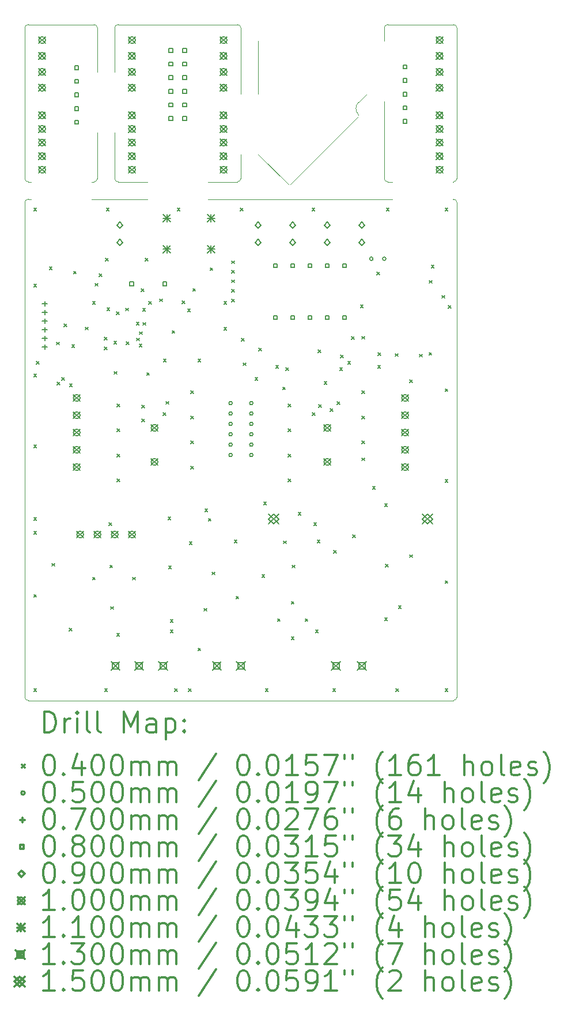
<source format=gbr>
%FSLAX45Y45*%
G04 Gerber Fmt 4.5, Leading zero omitted, Abs format (unit mm)*
G04 Created by KiCad (PCBNEW 5.1.12-84ad8e8a86~92~ubuntu16.04.1) date 2022-06-26 12:10:51*
%MOMM*%
%LPD*%
G01*
G04 APERTURE LIST*
%TA.AperFunction,Profile*%
%ADD10C,0.050000*%
%TD*%
%ADD11C,0.200000*%
%ADD12C,0.300000*%
G04 APERTURE END LIST*
D10*
X16840200Y-5867400D02*
G75*
G02*
X16840200Y-5892800I-12700J-12700D01*
G01*
X15836900Y-6896100D02*
G75*
G02*
X15811500Y-6896100I-12700J12700D01*
G01*
X16840200Y-5867400D02*
G75*
G02*
X16840200Y-5689600I88900J88900D01*
G01*
X16967200Y-5562600D02*
X16840200Y-5689600D01*
X15367000Y-6451600D02*
X15811500Y-6896100D01*
X15836900Y-6896100D02*
X16840200Y-5892800D01*
X11988800Y-14478000D02*
G75*
G02*
X11938000Y-14427200I0J50800D01*
G01*
X18288000Y-14427200D02*
G75*
G02*
X18237200Y-14478000I-50800J0D01*
G01*
X18237200Y-7112000D02*
G75*
G02*
X18288000Y-7162800I0J-50800D01*
G01*
X18288000Y-6807200D02*
G75*
G02*
X18237200Y-6858000I-50800J0D01*
G01*
X17272000Y-6858000D02*
G75*
G02*
X17221200Y-6807200I0J50800D01*
G01*
X18237200Y-4546600D02*
G75*
G02*
X18288000Y-4597400I0J-50800D01*
G01*
X17221200Y-4597400D02*
G75*
G02*
X17272000Y-4546600I50800J0D01*
G01*
X15113000Y-6807200D02*
G75*
G02*
X15062200Y-6858000I-50800J0D01*
G01*
X15062200Y-4546600D02*
G75*
G02*
X15113000Y-4597400I0J-50800D01*
G01*
X13258800Y-4597400D02*
G75*
G02*
X13309600Y-4546600I50800J0D01*
G01*
X13309600Y-6858000D02*
G75*
G02*
X13258800Y-6807200I0J50800D01*
G01*
X13004800Y-6807200D02*
G75*
G02*
X12954000Y-6858000I-50800J0D01*
G01*
X12954000Y-4546600D02*
G75*
G02*
X13004800Y-4597400I0J-50800D01*
G01*
X11938000Y-4597400D02*
G75*
G02*
X11988800Y-4546600I50800J0D01*
G01*
X11938000Y-7162800D02*
G75*
G02*
X11988800Y-7112000I50800J0D01*
G01*
X11988800Y-6858000D02*
G75*
G02*
X11938000Y-6807200I0J50800D01*
G01*
X18224500Y-7112000D02*
X18237200Y-7112000D01*
X17335500Y-6858000D02*
X17272000Y-6858000D01*
X18224500Y-6858000D02*
X18237200Y-6858000D01*
X17221200Y-5676900D02*
X17221200Y-6807200D01*
X18288000Y-4597400D02*
X18288000Y-6807200D01*
X17272000Y-4546600D02*
X18237200Y-4546600D01*
X17221200Y-4787900D02*
X17221200Y-4597400D01*
X12026900Y-7112000D02*
X11988800Y-7112000D01*
X11988800Y-6858000D02*
X12026900Y-6858000D01*
X15367000Y-4787900D02*
X15367000Y-5562600D01*
X15113000Y-4597400D02*
X15113000Y-5562600D01*
X13258800Y-5245100D02*
X13258800Y-4597400D01*
X14630400Y-6858000D02*
X15062200Y-6858000D01*
X13309600Y-6858000D02*
X13741400Y-6858000D01*
X13258800Y-6134100D02*
X13258800Y-6807200D01*
X12915900Y-7112000D02*
X13741400Y-7112000D01*
X13004800Y-6134100D02*
X13004800Y-6807200D01*
X13004800Y-4597400D02*
X13004800Y-5245100D01*
X12915900Y-6858000D02*
X12954000Y-6858000D01*
X14630400Y-7112000D02*
X17335500Y-7112000D01*
X11938000Y-6807200D02*
X11938000Y-4597400D01*
X15113000Y-6451600D02*
X15113000Y-6807200D01*
X13309600Y-4546600D02*
X15062200Y-4546600D01*
X11988800Y-4546600D02*
X12954000Y-4546600D01*
X11938000Y-14427200D02*
X11938000Y-7162800D01*
X18237200Y-14478000D02*
X11988800Y-14478000D01*
X18288000Y-7162800D02*
X18288000Y-14427200D01*
D11*
X12070400Y-7244400D02*
X12110400Y-7284400D01*
X12110400Y-7244400D02*
X12070400Y-7284400D01*
X12070400Y-8362000D02*
X12110400Y-8402000D01*
X12110400Y-8362000D02*
X12070400Y-8402000D01*
X12070400Y-9682800D02*
X12110400Y-9722800D01*
X12110400Y-9682800D02*
X12070400Y-9722800D01*
X12070400Y-10724200D02*
X12110400Y-10764200D01*
X12110400Y-10724200D02*
X12070400Y-10764200D01*
X12070400Y-11791000D02*
X12110400Y-11831000D01*
X12110400Y-11791000D02*
X12070400Y-11831000D01*
X12070400Y-11994200D02*
X12110400Y-12034200D01*
X12110400Y-11994200D02*
X12070400Y-12034200D01*
X12070400Y-12921300D02*
X12110400Y-12961300D01*
X12110400Y-12921300D02*
X12070400Y-12961300D01*
X12070400Y-14305600D02*
X12110400Y-14345600D01*
X12110400Y-14305600D02*
X12070400Y-14345600D01*
X12106764Y-9494036D02*
X12146764Y-9534036D01*
X12146764Y-9494036D02*
X12106764Y-9534036D01*
X12299000Y-8108000D02*
X12339000Y-8148000D01*
X12339000Y-8108000D02*
X12299000Y-8148000D01*
X12337100Y-12464100D02*
X12377100Y-12504100D01*
X12377100Y-12464100D02*
X12337100Y-12504100D01*
X12404997Y-9212900D02*
X12444997Y-9252900D01*
X12444997Y-9212900D02*
X12404997Y-9252900D01*
X12409995Y-9803910D02*
X12449995Y-9843910D01*
X12449995Y-9803910D02*
X12409995Y-9843910D01*
X12479402Y-9731919D02*
X12519402Y-9771919D01*
X12519402Y-9731919D02*
X12479402Y-9771919D01*
X12514900Y-8946200D02*
X12554900Y-8986200D01*
X12554900Y-8946200D02*
X12514900Y-8986200D01*
X12591100Y-13416600D02*
X12631100Y-13456600D01*
X12631100Y-13416600D02*
X12591100Y-13456600D01*
X12594996Y-9826802D02*
X12634996Y-9866802D01*
X12634996Y-9826802D02*
X12594996Y-9866802D01*
X12629200Y-9251000D02*
X12669200Y-9291000D01*
X12669200Y-9251000D02*
X12629200Y-9291000D01*
X12654600Y-8171500D02*
X12694600Y-8211500D01*
X12694600Y-8171500D02*
X12654600Y-8211500D01*
X12828796Y-8992041D02*
X12868796Y-9032041D01*
X12868796Y-8992041D02*
X12828796Y-9032041D01*
X12934000Y-8616000D02*
X12974000Y-8656000D01*
X12974000Y-8616000D02*
X12934000Y-8656000D01*
X12934000Y-12667300D02*
X12974000Y-12707300D01*
X12974000Y-12667300D02*
X12934000Y-12707300D01*
X12972100Y-8349300D02*
X13012100Y-8389300D01*
X13012100Y-8349300D02*
X12972100Y-8389300D01*
X13029250Y-8209600D02*
X13069250Y-8249600D01*
X13069250Y-8209600D02*
X13029250Y-8249600D01*
X13104045Y-9141808D02*
X13144045Y-9181808D01*
X13144045Y-9141808D02*
X13104045Y-9181808D01*
X13109272Y-9281808D02*
X13149272Y-9321808D01*
X13149272Y-9281808D02*
X13109272Y-9321808D01*
X13111800Y-14305600D02*
X13151800Y-14345600D01*
X13151800Y-14305600D02*
X13111800Y-14345600D01*
X13124500Y-7981000D02*
X13164500Y-8021000D01*
X13164500Y-7981000D02*
X13124500Y-8021000D01*
X13137200Y-7244400D02*
X13177200Y-7284400D01*
X13177200Y-7244400D02*
X13137200Y-7284400D01*
X13144917Y-8711677D02*
X13184917Y-8751677D01*
X13184917Y-8711677D02*
X13144917Y-8751677D01*
X13177210Y-11867200D02*
X13217210Y-11907200D01*
X13217210Y-11867200D02*
X13177210Y-11907200D01*
X13188000Y-12489500D02*
X13228000Y-12529500D01*
X13228000Y-12489500D02*
X13188000Y-12529500D01*
X13200700Y-13099100D02*
X13240700Y-13139100D01*
X13240700Y-13099100D02*
X13200700Y-13139100D01*
X13246200Y-9201999D02*
X13286200Y-9241999D01*
X13286200Y-9201999D02*
X13246200Y-9241999D01*
X13251500Y-9644700D02*
X13291500Y-9684700D01*
X13291500Y-9644700D02*
X13251500Y-9684700D01*
X13286623Y-8768085D02*
X13326623Y-8808085D01*
X13326623Y-8768085D02*
X13286623Y-8808085D01*
X13289600Y-13492800D02*
X13329600Y-13532800D01*
X13329600Y-13492800D02*
X13289600Y-13532800D01*
X13295950Y-10120950D02*
X13335950Y-10160950D01*
X13335950Y-10120950D02*
X13295950Y-10160950D01*
X13295950Y-10489250D02*
X13335950Y-10529250D01*
X13335950Y-10489250D02*
X13295950Y-10529250D01*
X13295950Y-10857550D02*
X13335950Y-10897550D01*
X13335950Y-10857550D02*
X13295950Y-10897550D01*
X13295950Y-11225850D02*
X13335950Y-11265850D01*
X13335950Y-11225850D02*
X13295950Y-11265850D01*
X13419140Y-8712000D02*
X13459140Y-8752000D01*
X13459140Y-8712000D02*
X13419140Y-8752000D01*
X13426201Y-9210743D02*
X13466201Y-9250743D01*
X13466201Y-9210743D02*
X13426201Y-9250743D01*
X13524550Y-12667300D02*
X13564550Y-12707300D01*
X13564550Y-12667300D02*
X13524550Y-12707300D01*
X13576453Y-8921309D02*
X13616453Y-8961309D01*
X13616453Y-8921309D02*
X13576453Y-8961309D01*
X13580123Y-9152500D02*
X13620123Y-9192500D01*
X13620123Y-9152500D02*
X13580123Y-9192500D01*
X13618280Y-9244934D02*
X13658280Y-9284934D01*
X13658280Y-9244934D02*
X13618280Y-9284934D01*
X13620234Y-9060897D02*
X13660234Y-9100897D01*
X13660234Y-9060897D02*
X13620234Y-9100897D01*
X13650539Y-8428666D02*
X13690539Y-8468666D01*
X13690539Y-8428666D02*
X13650539Y-8468666D01*
X13660000Y-10140000D02*
X13700000Y-10180000D01*
X13700000Y-10140000D02*
X13660000Y-10180000D01*
X13660000Y-10343848D02*
X13700000Y-10383848D01*
X13700000Y-10343848D02*
X13660000Y-10383848D01*
X13670600Y-8717600D02*
X13710600Y-8757600D01*
X13710600Y-8717600D02*
X13670600Y-8757600D01*
X13676398Y-8924633D02*
X13716398Y-8964633D01*
X13716398Y-8924633D02*
X13676398Y-8964633D01*
X13708700Y-7981000D02*
X13748700Y-8021000D01*
X13748700Y-7981000D02*
X13708700Y-8021000D01*
X13728208Y-9661267D02*
X13768208Y-9701267D01*
X13768208Y-9661267D02*
X13728208Y-9701267D01*
X13759500Y-8616000D02*
X13799500Y-8656000D01*
X13799500Y-8616000D02*
X13759500Y-8656000D01*
X13921727Y-8577900D02*
X13961727Y-8617900D01*
X13961727Y-8577900D02*
X13921727Y-8617900D01*
X13971399Y-10252778D02*
X14011399Y-10292778D01*
X14011399Y-10252778D02*
X13971399Y-10292778D01*
X13975400Y-9465442D02*
X14015400Y-9505442D01*
X14015400Y-9465442D02*
X13975400Y-9505442D01*
X14011400Y-10084660D02*
X14051400Y-10124660D01*
X14051400Y-10084660D02*
X14011400Y-10124660D01*
X14041578Y-11784146D02*
X14081578Y-11824146D01*
X14081578Y-11784146D02*
X14041578Y-11824146D01*
X14051600Y-12502200D02*
X14091600Y-12542200D01*
X14091600Y-12502200D02*
X14051600Y-12542200D01*
X14077000Y-13289600D02*
X14117000Y-13329600D01*
X14117000Y-13289600D02*
X14077000Y-13329600D01*
X14077000Y-13442000D02*
X14117000Y-13482000D01*
X14117000Y-13442000D02*
X14077000Y-13482000D01*
X14102400Y-9042720D02*
X14142400Y-9082720D01*
X14142400Y-9042720D02*
X14102400Y-9082720D01*
X14140500Y-14305600D02*
X14180500Y-14345600D01*
X14180500Y-14305600D02*
X14140500Y-14345600D01*
X14178600Y-7244400D02*
X14218600Y-7284400D01*
X14218600Y-7244400D02*
X14178600Y-7284400D01*
X14250500Y-8609650D02*
X14290500Y-8649650D01*
X14290500Y-8609650D02*
X14250500Y-8649650D01*
X14331000Y-8726600D02*
X14371000Y-8766600D01*
X14371000Y-8726600D02*
X14331000Y-8766600D01*
X14343700Y-14305600D02*
X14383700Y-14345600D01*
X14383700Y-14305600D02*
X14343700Y-14345600D01*
X14356400Y-12146600D02*
X14396400Y-12186600D01*
X14396400Y-12146600D02*
X14356400Y-12186600D01*
X14375450Y-9930450D02*
X14415450Y-9970450D01*
X14415450Y-9930450D02*
X14375450Y-9970450D01*
X14375450Y-10298750D02*
X14415450Y-10338750D01*
X14415450Y-10298750D02*
X14375450Y-10338750D01*
X14375450Y-10667050D02*
X14415450Y-10707050D01*
X14415450Y-10667050D02*
X14375450Y-10707050D01*
X14375450Y-11035350D02*
X14415450Y-11075350D01*
X14415450Y-11035350D02*
X14375450Y-11075350D01*
X14407200Y-8425500D02*
X14447200Y-8465500D01*
X14447200Y-8425500D02*
X14407200Y-8465500D01*
X14483400Y-9465442D02*
X14523400Y-9505442D01*
X14523400Y-9465442D02*
X14483400Y-9505442D01*
X14483400Y-13708700D02*
X14523400Y-13748700D01*
X14523400Y-13708700D02*
X14483400Y-13748700D01*
X14572300Y-13124500D02*
X14612300Y-13164500D01*
X14612300Y-13124500D02*
X14572300Y-13164500D01*
X14585000Y-11664000D02*
X14625000Y-11704000D01*
X14625000Y-11664000D02*
X14585000Y-11704000D01*
X14635800Y-11803700D02*
X14675800Y-11843700D01*
X14675800Y-11803700D02*
X14635800Y-11843700D01*
X14661200Y-8120700D02*
X14701200Y-8160700D01*
X14701200Y-8120700D02*
X14661200Y-8160700D01*
X14692950Y-12591100D02*
X14732950Y-12631100D01*
X14732950Y-12591100D02*
X14692950Y-12631100D01*
X14864400Y-8616000D02*
X14904400Y-8656000D01*
X14904400Y-8616000D02*
X14864400Y-8656000D01*
X14864400Y-8997000D02*
X14904400Y-9037000D01*
X14904400Y-8997000D02*
X14864400Y-9037000D01*
X14978700Y-8019100D02*
X15018700Y-8059100D01*
X15018700Y-8019100D02*
X14978700Y-8059100D01*
X14978700Y-8159100D02*
X15018700Y-8199100D01*
X15018700Y-8159100D02*
X14978700Y-8199100D01*
X14978700Y-8439100D02*
X15018700Y-8479100D01*
X15018700Y-8439100D02*
X14978700Y-8479100D01*
X14978700Y-8579100D02*
X15018700Y-8619100D01*
X15018700Y-8579100D02*
X14978700Y-8619100D01*
X14980786Y-8299100D02*
X15020786Y-8339100D01*
X15020786Y-8299100D02*
X14980786Y-8339100D01*
X15016800Y-12121200D02*
X15056800Y-12161200D01*
X15056800Y-12121200D02*
X15016800Y-12161200D01*
X15042200Y-12946700D02*
X15082200Y-12986700D01*
X15082200Y-12946700D02*
X15042200Y-12986700D01*
X15105700Y-7244400D02*
X15145700Y-7284400D01*
X15145700Y-7244400D02*
X15105700Y-7284400D01*
X15118747Y-9155438D02*
X15158747Y-9195438D01*
X15158747Y-9155438D02*
X15118747Y-9195438D01*
X15150150Y-9517700D02*
X15190150Y-9557700D01*
X15190150Y-9517700D02*
X15150150Y-9557700D01*
X15321600Y-9733600D02*
X15361600Y-9773600D01*
X15361600Y-9733600D02*
X15321600Y-9773600D01*
X15378750Y-9301800D02*
X15418750Y-9341800D01*
X15418750Y-9301800D02*
X15378750Y-9341800D01*
X15423200Y-12629200D02*
X15463200Y-12669200D01*
X15463200Y-12629200D02*
X15423200Y-12669200D01*
X15448600Y-11562400D02*
X15488600Y-11602400D01*
X15488600Y-11562400D02*
X15448600Y-11602400D01*
X15474000Y-14305600D02*
X15514000Y-14345600D01*
X15514000Y-14305600D02*
X15474000Y-14345600D01*
X15626400Y-9555800D02*
X15666400Y-9595800D01*
X15666400Y-9555800D02*
X15626400Y-9595800D01*
X15651800Y-13276900D02*
X15691800Y-13316900D01*
X15691800Y-13276900D02*
X15651800Y-13316900D01*
X15728000Y-9873300D02*
X15768000Y-9913300D01*
X15768000Y-9873300D02*
X15728000Y-9913300D01*
X15740700Y-12133900D02*
X15780700Y-12173900D01*
X15780700Y-12133900D02*
X15740700Y-12173900D01*
X15772450Y-9587550D02*
X15812450Y-9627550D01*
X15812450Y-9587550D02*
X15772450Y-9627550D01*
X15810550Y-10120950D02*
X15850550Y-10160950D01*
X15850550Y-10120950D02*
X15810550Y-10160950D01*
X15810550Y-10489250D02*
X15850550Y-10529250D01*
X15850550Y-10489250D02*
X15810550Y-10529250D01*
X15810550Y-10857550D02*
X15850550Y-10897550D01*
X15850550Y-10857550D02*
X15810550Y-10897550D01*
X15810550Y-11225850D02*
X15850550Y-11265850D01*
X15850550Y-11225850D02*
X15810550Y-11265850D01*
X15855000Y-13022900D02*
X15895000Y-13062900D01*
X15895000Y-13022900D02*
X15855000Y-13062900D01*
X15855000Y-13543600D02*
X15895000Y-13583600D01*
X15895000Y-13543600D02*
X15855000Y-13583600D01*
X15867700Y-12489500D02*
X15907700Y-12529500D01*
X15907700Y-12489500D02*
X15867700Y-12529500D01*
X15956600Y-11714800D02*
X15996600Y-11754800D01*
X15996600Y-11714800D02*
X15956600Y-11754800D01*
X16058200Y-13276900D02*
X16098200Y-13316900D01*
X16098200Y-13276900D02*
X16058200Y-13316900D01*
X16159800Y-7244400D02*
X16199800Y-7284400D01*
X16199800Y-7244400D02*
X16159800Y-7284400D01*
X16166150Y-10247950D02*
X16206150Y-10287950D01*
X16206150Y-10247950D02*
X16166150Y-10287950D01*
X16185200Y-11867200D02*
X16225200Y-11907200D01*
X16225200Y-11867200D02*
X16185200Y-11907200D01*
X16210600Y-13442000D02*
X16250600Y-13482000D01*
X16250600Y-13442000D02*
X16210600Y-13482000D01*
X16236000Y-12121200D02*
X16276000Y-12161200D01*
X16276000Y-12121200D02*
X16236000Y-12161200D01*
X16248700Y-9327200D02*
X16288700Y-9367200D01*
X16288700Y-9327200D02*
X16248700Y-9367200D01*
X16257100Y-10133952D02*
X16297100Y-10173952D01*
X16297100Y-10133952D02*
X16257100Y-10173952D01*
X16335663Y-9792687D02*
X16375663Y-9832687D01*
X16375663Y-9792687D02*
X16335663Y-9832687D01*
X16425252Y-10193566D02*
X16465252Y-10233566D01*
X16465252Y-10193566D02*
X16425252Y-10233566D01*
X16464600Y-14305600D02*
X16504600Y-14345600D01*
X16504600Y-14305600D02*
X16464600Y-14345600D01*
X16477300Y-12273600D02*
X16517300Y-12313600D01*
X16517300Y-12273600D02*
X16477300Y-12313600D01*
X16526000Y-10091719D02*
X16566000Y-10131719D01*
X16566000Y-10091719D02*
X16526000Y-10131719D01*
X16566200Y-9587550D02*
X16606200Y-9627550D01*
X16606200Y-9587550D02*
X16566200Y-9627550D01*
X16578900Y-9402549D02*
X16618900Y-9442549D01*
X16618900Y-9402549D02*
X16578900Y-9442549D01*
X16683509Y-9495028D02*
X16723509Y-9535028D01*
X16723509Y-9495028D02*
X16683509Y-9535028D01*
X16741460Y-9134160D02*
X16781460Y-9174160D01*
X16781460Y-9134160D02*
X16741460Y-9174160D01*
X16758838Y-12047138D02*
X16798838Y-12087138D01*
X16798838Y-12047138D02*
X16758838Y-12087138D01*
X16871000Y-8666800D02*
X16911000Y-8706800D01*
X16911000Y-8666800D02*
X16871000Y-8706800D01*
X16890050Y-9930450D02*
X16930050Y-9970450D01*
X16930050Y-9930450D02*
X16890050Y-9970450D01*
X16890050Y-10298750D02*
X16930050Y-10338750D01*
X16930050Y-10298750D02*
X16890050Y-10338750D01*
X16890050Y-10667050D02*
X16930050Y-10707050D01*
X16930050Y-10667050D02*
X16890050Y-10707050D01*
X16890050Y-10914700D02*
X16930050Y-10954700D01*
X16930050Y-10914700D02*
X16890050Y-10954700D01*
X16891320Y-9129080D02*
X16931320Y-9169080D01*
X16931320Y-9129080D02*
X16891320Y-9169080D01*
X17048800Y-11333800D02*
X17088800Y-11373800D01*
X17088800Y-11333800D02*
X17048800Y-11373800D01*
X17112300Y-8184200D02*
X17152300Y-8224200D01*
X17152300Y-8184200D02*
X17112300Y-8224200D01*
X17125000Y-9555800D02*
X17165000Y-9595800D01*
X17165000Y-9555800D02*
X17125000Y-9595800D01*
X17127540Y-9367840D02*
X17167540Y-9407840D01*
X17167540Y-9367840D02*
X17127540Y-9407840D01*
X17226600Y-11587800D02*
X17266600Y-11627800D01*
X17266600Y-11587800D02*
X17226600Y-11627800D01*
X17226600Y-13264200D02*
X17266600Y-13304200D01*
X17266600Y-13264200D02*
X17226600Y-13304200D01*
X17239300Y-12476800D02*
X17279300Y-12516800D01*
X17279300Y-12476800D02*
X17239300Y-12516800D01*
X17252000Y-7244400D02*
X17292000Y-7284400D01*
X17292000Y-7244400D02*
X17252000Y-7284400D01*
X17385350Y-9382000D02*
X17425350Y-9422000D01*
X17425350Y-9382000D02*
X17385350Y-9422000D01*
X17391700Y-14305600D02*
X17431700Y-14345600D01*
X17431700Y-14305600D02*
X17391700Y-14345600D01*
X17429800Y-13086400D02*
X17469800Y-13126400D01*
X17469800Y-13086400D02*
X17429800Y-13126400D01*
X17594900Y-12337100D02*
X17634900Y-12377100D01*
X17634900Y-12337100D02*
X17594900Y-12377100D01*
X17596001Y-9767000D02*
X17636001Y-9807000D01*
X17636001Y-9767000D02*
X17596001Y-9807000D01*
X17737140Y-9390700D02*
X17777140Y-9430700D01*
X17777140Y-9390700D02*
X17737140Y-9430700D01*
X17877140Y-9365300D02*
X17917140Y-9405300D01*
X17917140Y-9365300D02*
X17877140Y-9405300D01*
X17881920Y-8306120D02*
X17921920Y-8346120D01*
X17921920Y-8306120D02*
X17881920Y-8346120D01*
X17912400Y-8081999D02*
X17952400Y-8121999D01*
X17952400Y-8081999D02*
X17912400Y-8121999D01*
X18068356Y-8527608D02*
X18108356Y-8567608D01*
X18108356Y-8527608D02*
X18068356Y-8567608D01*
X18115600Y-7244400D02*
X18155600Y-7284400D01*
X18155600Y-7244400D02*
X18115600Y-7284400D01*
X18115600Y-9898700D02*
X18155600Y-9938700D01*
X18155600Y-9898700D02*
X18115600Y-9938700D01*
X18115600Y-11232200D02*
X18155600Y-11272200D01*
X18155600Y-11232200D02*
X18115600Y-11272200D01*
X18115600Y-12718100D02*
X18155600Y-12758100D01*
X18155600Y-12718100D02*
X18115600Y-12758100D01*
X18115600Y-14305600D02*
X18155600Y-14345600D01*
X18155600Y-14305600D02*
X18115600Y-14345600D01*
X18160050Y-8673150D02*
X18200050Y-8713150D01*
X18200050Y-8673150D02*
X18160050Y-8713150D01*
X14985600Y-10109200D02*
G75*
G03*
X14985600Y-10109200I-25000J0D01*
G01*
X14985600Y-10261600D02*
G75*
G03*
X14985600Y-10261600I-25000J0D01*
G01*
X14985600Y-10414000D02*
G75*
G03*
X14985600Y-10414000I-25000J0D01*
G01*
X14985600Y-10566400D02*
G75*
G03*
X14985600Y-10566400I-25000J0D01*
G01*
X14985600Y-10718800D02*
G75*
G03*
X14985600Y-10718800I-25000J0D01*
G01*
X14985600Y-10871200D02*
G75*
G03*
X14985600Y-10871200I-25000J0D01*
G01*
X15290400Y-10109200D02*
G75*
G03*
X15290400Y-10109200I-25000J0D01*
G01*
X15290400Y-10261600D02*
G75*
G03*
X15290400Y-10261600I-25000J0D01*
G01*
X15290400Y-10414000D02*
G75*
G03*
X15290400Y-10414000I-25000J0D01*
G01*
X15290400Y-10566400D02*
G75*
G03*
X15290400Y-10566400I-25000J0D01*
G01*
X15290400Y-10718800D02*
G75*
G03*
X15290400Y-10718800I-25000J0D01*
G01*
X15290400Y-10871200D02*
G75*
G03*
X15290400Y-10871200I-25000J0D01*
G01*
X17056200Y-7988300D02*
G75*
G03*
X17056200Y-7988300I-25000J0D01*
G01*
X17246200Y-7988300D02*
G75*
G03*
X17246200Y-7988300I-25000J0D01*
G01*
X12230100Y-8613700D02*
X12230100Y-8683700D01*
X12195100Y-8648700D02*
X12265100Y-8648700D01*
X12230100Y-8740700D02*
X12230100Y-8810700D01*
X12195100Y-8775700D02*
X12265100Y-8775700D01*
X12230100Y-8867700D02*
X12230100Y-8937700D01*
X12195100Y-8902700D02*
X12265100Y-8902700D01*
X12230100Y-8994700D02*
X12230100Y-9064700D01*
X12195100Y-9029700D02*
X12265100Y-9029700D01*
X12230100Y-9121700D02*
X12230100Y-9191700D01*
X12195100Y-9156700D02*
X12265100Y-9156700D01*
X12230100Y-9248700D02*
X12230100Y-9318700D01*
X12195100Y-9283700D02*
X12265100Y-9283700D01*
X12728284Y-5209885D02*
X12728284Y-5153316D01*
X12671715Y-5153316D01*
X12671715Y-5209885D01*
X12728284Y-5209885D01*
X12728284Y-5409885D02*
X12728284Y-5353316D01*
X12671715Y-5353316D01*
X12671715Y-5409885D01*
X12728284Y-5409885D01*
X12728284Y-5609884D02*
X12728284Y-5553316D01*
X12671715Y-5553316D01*
X12671715Y-5609884D01*
X12728284Y-5609884D01*
X12728284Y-5809884D02*
X12728284Y-5753315D01*
X12671715Y-5753315D01*
X12671715Y-5809884D01*
X12728284Y-5809884D01*
X12728284Y-6009884D02*
X12728284Y-5953315D01*
X12671715Y-5953315D01*
X12671715Y-6009884D01*
X12728284Y-6009884D01*
X13535684Y-8384884D02*
X13535684Y-8328315D01*
X13479115Y-8328315D01*
X13479115Y-8384884D01*
X13535684Y-8384884D01*
X14023684Y-8384884D02*
X14023684Y-8328315D01*
X13967115Y-8328315D01*
X13967115Y-8384884D01*
X14023684Y-8384884D01*
X14114184Y-4955885D02*
X14114184Y-4899316D01*
X14057615Y-4899316D01*
X14057615Y-4955885D01*
X14114184Y-4955885D01*
X14114184Y-5155885D02*
X14114184Y-5099316D01*
X14057615Y-5099316D01*
X14057615Y-5155885D01*
X14114184Y-5155885D01*
X14114184Y-5355885D02*
X14114184Y-5299316D01*
X14057615Y-5299316D01*
X14057615Y-5355885D01*
X14114184Y-5355885D01*
X14114184Y-5555885D02*
X14114184Y-5499316D01*
X14057615Y-5499316D01*
X14057615Y-5555885D01*
X14114184Y-5555885D01*
X14114184Y-5755884D02*
X14114184Y-5699315D01*
X14057615Y-5699315D01*
X14057615Y-5755884D01*
X14114184Y-5755884D01*
X14114184Y-5955884D02*
X14114184Y-5899315D01*
X14057615Y-5899315D01*
X14057615Y-5955884D01*
X14114184Y-5955884D01*
X14314184Y-4955885D02*
X14314184Y-4899316D01*
X14257615Y-4899316D01*
X14257615Y-4955885D01*
X14314184Y-4955885D01*
X14314184Y-5155885D02*
X14314184Y-5099316D01*
X14257615Y-5099316D01*
X14257615Y-5155885D01*
X14314184Y-5155885D01*
X14314184Y-5355885D02*
X14314184Y-5299316D01*
X14257615Y-5299316D01*
X14257615Y-5355885D01*
X14314184Y-5355885D01*
X14314184Y-5555885D02*
X14314184Y-5499316D01*
X14257615Y-5499316D01*
X14257615Y-5555885D01*
X14314184Y-5555885D01*
X14314184Y-5755884D02*
X14314184Y-5699315D01*
X14257615Y-5699315D01*
X14257615Y-5755884D01*
X14314184Y-5755884D01*
X14314184Y-5955884D02*
X14314184Y-5899315D01*
X14257615Y-5899315D01*
X14257615Y-5955884D01*
X14314184Y-5955884D01*
X15649284Y-8118184D02*
X15649284Y-8061615D01*
X15592715Y-8061615D01*
X15592715Y-8118184D01*
X15649284Y-8118184D01*
X15649284Y-8880185D02*
X15649284Y-8823616D01*
X15592715Y-8823616D01*
X15592715Y-8880185D01*
X15649284Y-8880185D01*
X15903284Y-8118184D02*
X15903284Y-8061615D01*
X15846715Y-8061615D01*
X15846715Y-8118184D01*
X15903284Y-8118184D01*
X15903284Y-8880185D02*
X15903284Y-8823616D01*
X15846715Y-8823616D01*
X15846715Y-8880185D01*
X15903284Y-8880185D01*
X16157284Y-8118184D02*
X16157284Y-8061615D01*
X16100715Y-8061615D01*
X16100715Y-8118184D01*
X16157284Y-8118184D01*
X16157284Y-8880185D02*
X16157284Y-8823616D01*
X16100715Y-8823616D01*
X16100715Y-8880185D01*
X16157284Y-8880185D01*
X16411284Y-8118184D02*
X16411284Y-8061615D01*
X16354715Y-8061615D01*
X16354715Y-8118184D01*
X16411284Y-8118184D01*
X16411284Y-8880185D02*
X16411284Y-8823616D01*
X16354715Y-8823616D01*
X16354715Y-8880185D01*
X16411284Y-8880185D01*
X16665284Y-8118184D02*
X16665284Y-8061615D01*
X16608715Y-8061615D01*
X16608715Y-8118184D01*
X16665284Y-8118184D01*
X16665284Y-8880185D02*
X16665284Y-8823616D01*
X16608715Y-8823616D01*
X16608715Y-8880185D01*
X16665284Y-8880185D01*
X17554285Y-5197185D02*
X17554285Y-5140616D01*
X17497716Y-5140616D01*
X17497716Y-5197185D01*
X17554285Y-5197185D01*
X17554285Y-5397185D02*
X17554285Y-5340616D01*
X17497716Y-5340616D01*
X17497716Y-5397185D01*
X17554285Y-5397185D01*
X17554285Y-5597184D02*
X17554285Y-5540616D01*
X17497716Y-5540616D01*
X17497716Y-5597184D01*
X17554285Y-5597184D01*
X17554285Y-5797184D02*
X17554285Y-5740615D01*
X17497716Y-5740615D01*
X17497716Y-5797184D01*
X17554285Y-5797184D01*
X17554285Y-5997184D02*
X17554285Y-5940615D01*
X17497716Y-5940615D01*
X17497716Y-5997184D01*
X17554285Y-5997184D01*
X13335000Y-7538000D02*
X13380000Y-7493000D01*
X13335000Y-7448000D01*
X13290000Y-7493000D01*
X13335000Y-7538000D01*
X13335000Y-7792000D02*
X13380000Y-7747000D01*
X13335000Y-7702000D01*
X13290000Y-7747000D01*
X13335000Y-7792000D01*
X15367000Y-7538000D02*
X15412000Y-7493000D01*
X15367000Y-7448000D01*
X15322000Y-7493000D01*
X15367000Y-7538000D01*
X15367000Y-7792000D02*
X15412000Y-7747000D01*
X15367000Y-7702000D01*
X15322000Y-7747000D01*
X15367000Y-7792000D01*
X15875000Y-7538000D02*
X15920000Y-7493000D01*
X15875000Y-7448000D01*
X15830000Y-7493000D01*
X15875000Y-7538000D01*
X15875000Y-7792000D02*
X15920000Y-7747000D01*
X15875000Y-7702000D01*
X15830000Y-7747000D01*
X15875000Y-7792000D01*
X16383000Y-7538000D02*
X16428000Y-7493000D01*
X16383000Y-7448000D01*
X16338000Y-7493000D01*
X16383000Y-7538000D01*
X16383000Y-7792000D02*
X16428000Y-7747000D01*
X16383000Y-7702000D01*
X16338000Y-7747000D01*
X16383000Y-7792000D01*
X16891000Y-7538000D02*
X16936000Y-7493000D01*
X16891000Y-7448000D01*
X16846000Y-7493000D01*
X16891000Y-7538000D01*
X16891000Y-7792000D02*
X16936000Y-7747000D01*
X16891000Y-7702000D01*
X16846000Y-7747000D01*
X16891000Y-7792000D01*
X12142000Y-4725200D02*
X12242000Y-4825200D01*
X12242000Y-4725200D02*
X12142000Y-4825200D01*
X12242000Y-4775200D02*
G75*
G03*
X12242000Y-4775200I-50000J0D01*
G01*
X12142000Y-4958200D02*
X12242000Y-5058200D01*
X12242000Y-4958200D02*
X12142000Y-5058200D01*
X12242000Y-5008200D02*
G75*
G03*
X12242000Y-5008200I-50000J0D01*
G01*
X12142000Y-5192200D02*
X12242000Y-5292200D01*
X12242000Y-5192200D02*
X12142000Y-5292200D01*
X12242000Y-5242200D02*
G75*
G03*
X12242000Y-5242200I-50000J0D01*
G01*
X12142000Y-5425200D02*
X12242000Y-5525200D01*
X12242000Y-5425200D02*
X12142000Y-5525200D01*
X12242000Y-5475200D02*
G75*
G03*
X12242000Y-5475200I-50000J0D01*
G01*
X12142000Y-5830200D02*
X12242000Y-5930200D01*
X12242000Y-5830200D02*
X12142000Y-5930200D01*
X12242000Y-5880200D02*
G75*
G03*
X12242000Y-5880200I-50000J0D01*
G01*
X12142000Y-6030200D02*
X12242000Y-6130200D01*
X12242000Y-6030200D02*
X12142000Y-6130200D01*
X12242000Y-6080200D02*
G75*
G03*
X12242000Y-6080200I-50000J0D01*
G01*
X12142000Y-6230200D02*
X12242000Y-6330200D01*
X12242000Y-6230200D02*
X12142000Y-6330200D01*
X12242000Y-6280200D02*
G75*
G03*
X12242000Y-6280200I-50000J0D01*
G01*
X12142000Y-6430200D02*
X12242000Y-6530200D01*
X12242000Y-6430200D02*
X12142000Y-6530200D01*
X12242000Y-6480200D02*
G75*
G03*
X12242000Y-6480200I-50000J0D01*
G01*
X12142000Y-6630200D02*
X12242000Y-6730200D01*
X12242000Y-6630200D02*
X12142000Y-6730200D01*
X12242000Y-6680200D02*
G75*
G03*
X12242000Y-6680200I-50000J0D01*
G01*
X12650000Y-9983000D02*
X12750000Y-10083000D01*
X12750000Y-9983000D02*
X12650000Y-10083000D01*
X12750000Y-10033000D02*
G75*
G03*
X12750000Y-10033000I-50000J0D01*
G01*
X12650000Y-10237000D02*
X12750000Y-10337000D01*
X12750000Y-10237000D02*
X12650000Y-10337000D01*
X12750000Y-10287000D02*
G75*
G03*
X12750000Y-10287000I-50000J0D01*
G01*
X12650000Y-10491000D02*
X12750000Y-10591000D01*
X12750000Y-10491000D02*
X12650000Y-10591000D01*
X12750000Y-10541000D02*
G75*
G03*
X12750000Y-10541000I-50000J0D01*
G01*
X12650000Y-10745000D02*
X12750000Y-10845000D01*
X12750000Y-10745000D02*
X12650000Y-10845000D01*
X12750000Y-10795000D02*
G75*
G03*
X12750000Y-10795000I-50000J0D01*
G01*
X12650000Y-10999000D02*
X12750000Y-11099000D01*
X12750000Y-10999000D02*
X12650000Y-11099000D01*
X12750000Y-11049000D02*
G75*
G03*
X12750000Y-11049000I-50000J0D01*
G01*
X12700800Y-11989600D02*
X12800800Y-12089600D01*
X12800800Y-11989600D02*
X12700800Y-12089600D01*
X12800800Y-12039600D02*
G75*
G03*
X12800800Y-12039600I-50000J0D01*
G01*
X12954800Y-11989600D02*
X13054800Y-12089600D01*
X13054800Y-11989600D02*
X12954800Y-12089600D01*
X13054800Y-12039600D02*
G75*
G03*
X13054800Y-12039600I-50000J0D01*
G01*
X13208800Y-11989600D02*
X13308800Y-12089600D01*
X13308800Y-11989600D02*
X13208800Y-12089600D01*
X13308800Y-12039600D02*
G75*
G03*
X13308800Y-12039600I-50000J0D01*
G01*
X13462800Y-4725200D02*
X13562800Y-4825200D01*
X13562800Y-4725200D02*
X13462800Y-4825200D01*
X13562800Y-4775200D02*
G75*
G03*
X13562800Y-4775200I-50000J0D01*
G01*
X13462800Y-4958200D02*
X13562800Y-5058200D01*
X13562800Y-4958200D02*
X13462800Y-5058200D01*
X13562800Y-5008200D02*
G75*
G03*
X13562800Y-5008200I-50000J0D01*
G01*
X13462800Y-5192200D02*
X13562800Y-5292200D01*
X13562800Y-5192200D02*
X13462800Y-5292200D01*
X13562800Y-5242200D02*
G75*
G03*
X13562800Y-5242200I-50000J0D01*
G01*
X13462800Y-5425200D02*
X13562800Y-5525200D01*
X13562800Y-5425200D02*
X13462800Y-5525200D01*
X13562800Y-5475200D02*
G75*
G03*
X13562800Y-5475200I-50000J0D01*
G01*
X13462800Y-5830200D02*
X13562800Y-5930200D01*
X13562800Y-5830200D02*
X13462800Y-5930200D01*
X13562800Y-5880200D02*
G75*
G03*
X13562800Y-5880200I-50000J0D01*
G01*
X13462800Y-6030200D02*
X13562800Y-6130200D01*
X13562800Y-6030200D02*
X13462800Y-6130200D01*
X13562800Y-6080200D02*
G75*
G03*
X13562800Y-6080200I-50000J0D01*
G01*
X13462800Y-6230200D02*
X13562800Y-6330200D01*
X13562800Y-6230200D02*
X13462800Y-6330200D01*
X13562800Y-6280200D02*
G75*
G03*
X13562800Y-6280200I-50000J0D01*
G01*
X13462800Y-6430200D02*
X13562800Y-6530200D01*
X13562800Y-6430200D02*
X13462800Y-6530200D01*
X13562800Y-6480200D02*
G75*
G03*
X13562800Y-6480200I-50000J0D01*
G01*
X13462800Y-6630200D02*
X13562800Y-6730200D01*
X13562800Y-6630200D02*
X13462800Y-6730200D01*
X13562800Y-6680200D02*
G75*
G03*
X13562800Y-6680200I-50000J0D01*
G01*
X13462800Y-11989600D02*
X13562800Y-12089600D01*
X13562800Y-11989600D02*
X13462800Y-12089600D01*
X13562800Y-12039600D02*
G75*
G03*
X13562800Y-12039600I-50000J0D01*
G01*
X13793000Y-10422800D02*
X13893000Y-10522800D01*
X13893000Y-10422800D02*
X13793000Y-10522800D01*
X13893000Y-10472800D02*
G75*
G03*
X13893000Y-10472800I-50000J0D01*
G01*
X13793000Y-10922800D02*
X13893000Y-11022800D01*
X13893000Y-10922800D02*
X13793000Y-11022800D01*
X13893000Y-10972800D02*
G75*
G03*
X13893000Y-10972800I-50000J0D01*
G01*
X14809000Y-4725200D02*
X14909000Y-4825200D01*
X14909000Y-4725200D02*
X14809000Y-4825200D01*
X14909000Y-4775200D02*
G75*
G03*
X14909000Y-4775200I-50000J0D01*
G01*
X14809000Y-4958200D02*
X14909000Y-5058200D01*
X14909000Y-4958200D02*
X14809000Y-5058200D01*
X14909000Y-5008200D02*
G75*
G03*
X14909000Y-5008200I-50000J0D01*
G01*
X14809000Y-5192200D02*
X14909000Y-5292200D01*
X14909000Y-5192200D02*
X14809000Y-5292200D01*
X14909000Y-5242200D02*
G75*
G03*
X14909000Y-5242200I-50000J0D01*
G01*
X14809000Y-5425200D02*
X14909000Y-5525200D01*
X14909000Y-5425200D02*
X14809000Y-5525200D01*
X14909000Y-5475200D02*
G75*
G03*
X14909000Y-5475200I-50000J0D01*
G01*
X14809000Y-5830200D02*
X14909000Y-5930200D01*
X14909000Y-5830200D02*
X14809000Y-5930200D01*
X14909000Y-5880200D02*
G75*
G03*
X14909000Y-5880200I-50000J0D01*
G01*
X14809000Y-6030200D02*
X14909000Y-6130200D01*
X14909000Y-6030200D02*
X14809000Y-6130200D01*
X14909000Y-6080200D02*
G75*
G03*
X14909000Y-6080200I-50000J0D01*
G01*
X14809000Y-6230200D02*
X14909000Y-6330200D01*
X14909000Y-6230200D02*
X14809000Y-6330200D01*
X14909000Y-6280200D02*
G75*
G03*
X14909000Y-6280200I-50000J0D01*
G01*
X14809000Y-6430200D02*
X14909000Y-6530200D01*
X14909000Y-6430200D02*
X14809000Y-6530200D01*
X14909000Y-6480200D02*
G75*
G03*
X14909000Y-6480200I-50000J0D01*
G01*
X14809000Y-6630200D02*
X14909000Y-6730200D01*
X14909000Y-6630200D02*
X14809000Y-6730200D01*
X14909000Y-6680200D02*
G75*
G03*
X14909000Y-6680200I-50000J0D01*
G01*
X16333000Y-10422800D02*
X16433000Y-10522800D01*
X16433000Y-10422800D02*
X16333000Y-10522800D01*
X16433000Y-10472800D02*
G75*
G03*
X16433000Y-10472800I-50000J0D01*
G01*
X16333000Y-10922800D02*
X16433000Y-11022800D01*
X16433000Y-10922800D02*
X16333000Y-11022800D01*
X16433000Y-10972800D02*
G75*
G03*
X16433000Y-10972800I-50000J0D01*
G01*
X17476000Y-9983000D02*
X17576000Y-10083000D01*
X17576000Y-9983000D02*
X17476000Y-10083000D01*
X17576000Y-10033000D02*
G75*
G03*
X17576000Y-10033000I-50000J0D01*
G01*
X17476000Y-10237000D02*
X17576000Y-10337000D01*
X17576000Y-10237000D02*
X17476000Y-10337000D01*
X17576000Y-10287000D02*
G75*
G03*
X17576000Y-10287000I-50000J0D01*
G01*
X17476000Y-10491000D02*
X17576000Y-10591000D01*
X17576000Y-10491000D02*
X17476000Y-10591000D01*
X17576000Y-10541000D02*
G75*
G03*
X17576000Y-10541000I-50000J0D01*
G01*
X17476000Y-10745000D02*
X17576000Y-10845000D01*
X17576000Y-10745000D02*
X17476000Y-10845000D01*
X17576000Y-10795000D02*
G75*
G03*
X17576000Y-10795000I-50000J0D01*
G01*
X17476000Y-10999000D02*
X17576000Y-11099000D01*
X17576000Y-10999000D02*
X17476000Y-11099000D01*
X17576000Y-11049000D02*
G75*
G03*
X17576000Y-11049000I-50000J0D01*
G01*
X17984000Y-4725200D02*
X18084000Y-4825200D01*
X18084000Y-4725200D02*
X17984000Y-4825200D01*
X18084000Y-4775200D02*
G75*
G03*
X18084000Y-4775200I-50000J0D01*
G01*
X17984000Y-4958200D02*
X18084000Y-5058200D01*
X18084000Y-4958200D02*
X17984000Y-5058200D01*
X18084000Y-5008200D02*
G75*
G03*
X18084000Y-5008200I-50000J0D01*
G01*
X17984000Y-5192200D02*
X18084000Y-5292200D01*
X18084000Y-5192200D02*
X17984000Y-5292200D01*
X18084000Y-5242200D02*
G75*
G03*
X18084000Y-5242200I-50000J0D01*
G01*
X17984000Y-5425200D02*
X18084000Y-5525200D01*
X18084000Y-5425200D02*
X17984000Y-5525200D01*
X18084000Y-5475200D02*
G75*
G03*
X18084000Y-5475200I-50000J0D01*
G01*
X17984000Y-5830200D02*
X18084000Y-5930200D01*
X18084000Y-5830200D02*
X17984000Y-5930200D01*
X18084000Y-5880200D02*
G75*
G03*
X18084000Y-5880200I-50000J0D01*
G01*
X17984000Y-6030200D02*
X18084000Y-6130200D01*
X18084000Y-6030200D02*
X17984000Y-6130200D01*
X18084000Y-6080200D02*
G75*
G03*
X18084000Y-6080200I-50000J0D01*
G01*
X17984000Y-6230200D02*
X18084000Y-6330200D01*
X18084000Y-6230200D02*
X17984000Y-6330200D01*
X18084000Y-6280200D02*
G75*
G03*
X18084000Y-6280200I-50000J0D01*
G01*
X17984000Y-6430200D02*
X18084000Y-6530200D01*
X18084000Y-6430200D02*
X17984000Y-6530200D01*
X18084000Y-6480200D02*
G75*
G03*
X18084000Y-6480200I-50000J0D01*
G01*
X17984000Y-6630200D02*
X18084000Y-6730200D01*
X18084000Y-6630200D02*
X17984000Y-6730200D01*
X18084000Y-6680200D02*
G75*
G03*
X18084000Y-6680200I-50000J0D01*
G01*
X13971000Y-7340000D02*
X14081000Y-7450000D01*
X14081000Y-7340000D02*
X13971000Y-7450000D01*
X14026000Y-7340000D02*
X14026000Y-7450000D01*
X13971000Y-7395000D02*
X14081000Y-7395000D01*
X13971000Y-7790000D02*
X14081000Y-7900000D01*
X14081000Y-7790000D02*
X13971000Y-7900000D01*
X14026000Y-7790000D02*
X14026000Y-7900000D01*
X13971000Y-7845000D02*
X14081000Y-7845000D01*
X14621000Y-7340000D02*
X14731000Y-7450000D01*
X14731000Y-7340000D02*
X14621000Y-7450000D01*
X14676000Y-7340000D02*
X14676000Y-7450000D01*
X14621000Y-7395000D02*
X14731000Y-7395000D01*
X14621000Y-7790000D02*
X14731000Y-7900000D01*
X14731000Y-7790000D02*
X14621000Y-7900000D01*
X14676000Y-7790000D02*
X14676000Y-7900000D01*
X14621000Y-7845000D02*
X14731000Y-7845000D01*
X13205000Y-13905000D02*
X13335000Y-14035000D01*
X13335000Y-13905000D02*
X13205000Y-14035000D01*
X13315962Y-14015962D02*
X13315962Y-13924038D01*
X13224038Y-13924038D01*
X13224038Y-14015962D01*
X13315962Y-14015962D01*
X13555000Y-13905000D02*
X13685000Y-14035000D01*
X13685000Y-13905000D02*
X13555000Y-14035000D01*
X13665962Y-14015962D02*
X13665962Y-13924038D01*
X13574038Y-13924038D01*
X13574038Y-14015962D01*
X13665962Y-14015962D01*
X13905000Y-13905000D02*
X14035000Y-14035000D01*
X14035000Y-13905000D02*
X13905000Y-14035000D01*
X14015962Y-14015962D02*
X14015962Y-13924038D01*
X13924038Y-13924038D01*
X13924038Y-14015962D01*
X14015962Y-14015962D01*
X14698000Y-13905000D02*
X14828000Y-14035000D01*
X14828000Y-13905000D02*
X14698000Y-14035000D01*
X14808962Y-14015962D02*
X14808962Y-13924038D01*
X14717038Y-13924038D01*
X14717038Y-14015962D01*
X14808962Y-14015962D01*
X15048000Y-13905000D02*
X15178000Y-14035000D01*
X15178000Y-13905000D02*
X15048000Y-14035000D01*
X15158962Y-14015962D02*
X15158962Y-13924038D01*
X15067038Y-13924038D01*
X15067038Y-14015962D01*
X15158962Y-14015962D01*
X16445000Y-13905000D02*
X16575000Y-14035000D01*
X16575000Y-13905000D02*
X16445000Y-14035000D01*
X16555962Y-14015962D02*
X16555962Y-13924038D01*
X16464038Y-13924038D01*
X16464038Y-14015962D01*
X16555962Y-14015962D01*
X16826000Y-13905000D02*
X16956000Y-14035000D01*
X16956000Y-13905000D02*
X16826000Y-14035000D01*
X16936962Y-14015962D02*
X16936962Y-13924038D01*
X16845038Y-13924038D01*
X16845038Y-14015962D01*
X16936962Y-14015962D01*
X15520600Y-11736000D02*
X15670600Y-11886000D01*
X15670600Y-11736000D02*
X15520600Y-11886000D01*
X15595600Y-11886000D02*
X15670600Y-11811000D01*
X15595600Y-11736000D01*
X15520600Y-11811000D01*
X15595600Y-11886000D01*
X17780600Y-11736000D02*
X17930600Y-11886000D01*
X17930600Y-11736000D02*
X17780600Y-11886000D01*
X17855600Y-11886000D02*
X17930600Y-11811000D01*
X17855600Y-11736000D01*
X17780600Y-11811000D01*
X17855600Y-11886000D01*
D12*
X12221928Y-14946214D02*
X12221928Y-14646214D01*
X12293357Y-14646214D01*
X12336214Y-14660500D01*
X12364786Y-14689071D01*
X12379071Y-14717643D01*
X12393357Y-14774786D01*
X12393357Y-14817643D01*
X12379071Y-14874786D01*
X12364786Y-14903357D01*
X12336214Y-14931929D01*
X12293357Y-14946214D01*
X12221928Y-14946214D01*
X12521928Y-14946214D02*
X12521928Y-14746214D01*
X12521928Y-14803357D02*
X12536214Y-14774786D01*
X12550500Y-14760500D01*
X12579071Y-14746214D01*
X12607643Y-14746214D01*
X12707643Y-14946214D02*
X12707643Y-14746214D01*
X12707643Y-14646214D02*
X12693357Y-14660500D01*
X12707643Y-14674786D01*
X12721928Y-14660500D01*
X12707643Y-14646214D01*
X12707643Y-14674786D01*
X12893357Y-14946214D02*
X12864786Y-14931929D01*
X12850500Y-14903357D01*
X12850500Y-14646214D01*
X13050500Y-14946214D02*
X13021928Y-14931929D01*
X13007643Y-14903357D01*
X13007643Y-14646214D01*
X13393357Y-14946214D02*
X13393357Y-14646214D01*
X13493357Y-14860500D01*
X13593357Y-14646214D01*
X13593357Y-14946214D01*
X13864786Y-14946214D02*
X13864786Y-14789071D01*
X13850500Y-14760500D01*
X13821928Y-14746214D01*
X13764786Y-14746214D01*
X13736214Y-14760500D01*
X13864786Y-14931929D02*
X13836214Y-14946214D01*
X13764786Y-14946214D01*
X13736214Y-14931929D01*
X13721928Y-14903357D01*
X13721928Y-14874786D01*
X13736214Y-14846214D01*
X13764786Y-14831929D01*
X13836214Y-14831929D01*
X13864786Y-14817643D01*
X14007643Y-14746214D02*
X14007643Y-15046214D01*
X14007643Y-14760500D02*
X14036214Y-14746214D01*
X14093357Y-14746214D01*
X14121928Y-14760500D01*
X14136214Y-14774786D01*
X14150500Y-14803357D01*
X14150500Y-14889071D01*
X14136214Y-14917643D01*
X14121928Y-14931929D01*
X14093357Y-14946214D01*
X14036214Y-14946214D01*
X14007643Y-14931929D01*
X14279071Y-14917643D02*
X14293357Y-14931929D01*
X14279071Y-14946214D01*
X14264786Y-14931929D01*
X14279071Y-14917643D01*
X14279071Y-14946214D01*
X14279071Y-14760500D02*
X14293357Y-14774786D01*
X14279071Y-14789071D01*
X14264786Y-14774786D01*
X14279071Y-14760500D01*
X14279071Y-14789071D01*
X11895500Y-15420500D02*
X11935500Y-15460500D01*
X11935500Y-15420500D02*
X11895500Y-15460500D01*
X12279071Y-15276214D02*
X12307643Y-15276214D01*
X12336214Y-15290500D01*
X12350500Y-15304786D01*
X12364786Y-15333357D01*
X12379071Y-15390500D01*
X12379071Y-15461929D01*
X12364786Y-15519071D01*
X12350500Y-15547643D01*
X12336214Y-15561929D01*
X12307643Y-15576214D01*
X12279071Y-15576214D01*
X12250500Y-15561929D01*
X12236214Y-15547643D01*
X12221928Y-15519071D01*
X12207643Y-15461929D01*
X12207643Y-15390500D01*
X12221928Y-15333357D01*
X12236214Y-15304786D01*
X12250500Y-15290500D01*
X12279071Y-15276214D01*
X12507643Y-15547643D02*
X12521928Y-15561929D01*
X12507643Y-15576214D01*
X12493357Y-15561929D01*
X12507643Y-15547643D01*
X12507643Y-15576214D01*
X12779071Y-15376214D02*
X12779071Y-15576214D01*
X12707643Y-15261929D02*
X12636214Y-15476214D01*
X12821928Y-15476214D01*
X12993357Y-15276214D02*
X13021928Y-15276214D01*
X13050500Y-15290500D01*
X13064786Y-15304786D01*
X13079071Y-15333357D01*
X13093357Y-15390500D01*
X13093357Y-15461929D01*
X13079071Y-15519071D01*
X13064786Y-15547643D01*
X13050500Y-15561929D01*
X13021928Y-15576214D01*
X12993357Y-15576214D01*
X12964786Y-15561929D01*
X12950500Y-15547643D01*
X12936214Y-15519071D01*
X12921928Y-15461929D01*
X12921928Y-15390500D01*
X12936214Y-15333357D01*
X12950500Y-15304786D01*
X12964786Y-15290500D01*
X12993357Y-15276214D01*
X13279071Y-15276214D02*
X13307643Y-15276214D01*
X13336214Y-15290500D01*
X13350500Y-15304786D01*
X13364786Y-15333357D01*
X13379071Y-15390500D01*
X13379071Y-15461929D01*
X13364786Y-15519071D01*
X13350500Y-15547643D01*
X13336214Y-15561929D01*
X13307643Y-15576214D01*
X13279071Y-15576214D01*
X13250500Y-15561929D01*
X13236214Y-15547643D01*
X13221928Y-15519071D01*
X13207643Y-15461929D01*
X13207643Y-15390500D01*
X13221928Y-15333357D01*
X13236214Y-15304786D01*
X13250500Y-15290500D01*
X13279071Y-15276214D01*
X13507643Y-15576214D02*
X13507643Y-15376214D01*
X13507643Y-15404786D02*
X13521928Y-15390500D01*
X13550500Y-15376214D01*
X13593357Y-15376214D01*
X13621928Y-15390500D01*
X13636214Y-15419071D01*
X13636214Y-15576214D01*
X13636214Y-15419071D02*
X13650500Y-15390500D01*
X13679071Y-15376214D01*
X13721928Y-15376214D01*
X13750500Y-15390500D01*
X13764786Y-15419071D01*
X13764786Y-15576214D01*
X13907643Y-15576214D02*
X13907643Y-15376214D01*
X13907643Y-15404786D02*
X13921928Y-15390500D01*
X13950500Y-15376214D01*
X13993357Y-15376214D01*
X14021928Y-15390500D01*
X14036214Y-15419071D01*
X14036214Y-15576214D01*
X14036214Y-15419071D02*
X14050500Y-15390500D01*
X14079071Y-15376214D01*
X14121928Y-15376214D01*
X14150500Y-15390500D01*
X14164786Y-15419071D01*
X14164786Y-15576214D01*
X14750500Y-15261929D02*
X14493357Y-15647643D01*
X15136214Y-15276214D02*
X15164786Y-15276214D01*
X15193357Y-15290500D01*
X15207643Y-15304786D01*
X15221928Y-15333357D01*
X15236214Y-15390500D01*
X15236214Y-15461929D01*
X15221928Y-15519071D01*
X15207643Y-15547643D01*
X15193357Y-15561929D01*
X15164786Y-15576214D01*
X15136214Y-15576214D01*
X15107643Y-15561929D01*
X15093357Y-15547643D01*
X15079071Y-15519071D01*
X15064786Y-15461929D01*
X15064786Y-15390500D01*
X15079071Y-15333357D01*
X15093357Y-15304786D01*
X15107643Y-15290500D01*
X15136214Y-15276214D01*
X15364786Y-15547643D02*
X15379071Y-15561929D01*
X15364786Y-15576214D01*
X15350500Y-15561929D01*
X15364786Y-15547643D01*
X15364786Y-15576214D01*
X15564786Y-15276214D02*
X15593357Y-15276214D01*
X15621928Y-15290500D01*
X15636214Y-15304786D01*
X15650500Y-15333357D01*
X15664786Y-15390500D01*
X15664786Y-15461929D01*
X15650500Y-15519071D01*
X15636214Y-15547643D01*
X15621928Y-15561929D01*
X15593357Y-15576214D01*
X15564786Y-15576214D01*
X15536214Y-15561929D01*
X15521928Y-15547643D01*
X15507643Y-15519071D01*
X15493357Y-15461929D01*
X15493357Y-15390500D01*
X15507643Y-15333357D01*
X15521928Y-15304786D01*
X15536214Y-15290500D01*
X15564786Y-15276214D01*
X15950500Y-15576214D02*
X15779071Y-15576214D01*
X15864786Y-15576214D02*
X15864786Y-15276214D01*
X15836214Y-15319071D01*
X15807643Y-15347643D01*
X15779071Y-15361929D01*
X16221928Y-15276214D02*
X16079071Y-15276214D01*
X16064786Y-15419071D01*
X16079071Y-15404786D01*
X16107643Y-15390500D01*
X16179071Y-15390500D01*
X16207643Y-15404786D01*
X16221928Y-15419071D01*
X16236214Y-15447643D01*
X16236214Y-15519071D01*
X16221928Y-15547643D01*
X16207643Y-15561929D01*
X16179071Y-15576214D01*
X16107643Y-15576214D01*
X16079071Y-15561929D01*
X16064786Y-15547643D01*
X16336214Y-15276214D02*
X16536214Y-15276214D01*
X16407643Y-15576214D01*
X16636214Y-15276214D02*
X16636214Y-15333357D01*
X16750500Y-15276214D02*
X16750500Y-15333357D01*
X17193357Y-15690500D02*
X17179071Y-15676214D01*
X17150500Y-15633357D01*
X17136214Y-15604786D01*
X17121928Y-15561929D01*
X17107643Y-15490500D01*
X17107643Y-15433357D01*
X17121928Y-15361929D01*
X17136214Y-15319071D01*
X17150500Y-15290500D01*
X17179071Y-15247643D01*
X17193357Y-15233357D01*
X17464786Y-15576214D02*
X17293357Y-15576214D01*
X17379071Y-15576214D02*
X17379071Y-15276214D01*
X17350500Y-15319071D01*
X17321928Y-15347643D01*
X17293357Y-15361929D01*
X17721928Y-15276214D02*
X17664786Y-15276214D01*
X17636214Y-15290500D01*
X17621928Y-15304786D01*
X17593357Y-15347643D01*
X17579071Y-15404786D01*
X17579071Y-15519071D01*
X17593357Y-15547643D01*
X17607643Y-15561929D01*
X17636214Y-15576214D01*
X17693357Y-15576214D01*
X17721928Y-15561929D01*
X17736214Y-15547643D01*
X17750500Y-15519071D01*
X17750500Y-15447643D01*
X17736214Y-15419071D01*
X17721928Y-15404786D01*
X17693357Y-15390500D01*
X17636214Y-15390500D01*
X17607643Y-15404786D01*
X17593357Y-15419071D01*
X17579071Y-15447643D01*
X18036214Y-15576214D02*
X17864786Y-15576214D01*
X17950500Y-15576214D02*
X17950500Y-15276214D01*
X17921928Y-15319071D01*
X17893357Y-15347643D01*
X17864786Y-15361929D01*
X18393357Y-15576214D02*
X18393357Y-15276214D01*
X18521928Y-15576214D02*
X18521928Y-15419071D01*
X18507643Y-15390500D01*
X18479071Y-15376214D01*
X18436214Y-15376214D01*
X18407643Y-15390500D01*
X18393357Y-15404786D01*
X18707643Y-15576214D02*
X18679071Y-15561929D01*
X18664786Y-15547643D01*
X18650500Y-15519071D01*
X18650500Y-15433357D01*
X18664786Y-15404786D01*
X18679071Y-15390500D01*
X18707643Y-15376214D01*
X18750500Y-15376214D01*
X18779071Y-15390500D01*
X18793357Y-15404786D01*
X18807643Y-15433357D01*
X18807643Y-15519071D01*
X18793357Y-15547643D01*
X18779071Y-15561929D01*
X18750500Y-15576214D01*
X18707643Y-15576214D01*
X18979071Y-15576214D02*
X18950500Y-15561929D01*
X18936214Y-15533357D01*
X18936214Y-15276214D01*
X19207643Y-15561929D02*
X19179071Y-15576214D01*
X19121928Y-15576214D01*
X19093357Y-15561929D01*
X19079071Y-15533357D01*
X19079071Y-15419071D01*
X19093357Y-15390500D01*
X19121928Y-15376214D01*
X19179071Y-15376214D01*
X19207643Y-15390500D01*
X19221928Y-15419071D01*
X19221928Y-15447643D01*
X19079071Y-15476214D01*
X19336214Y-15561929D02*
X19364786Y-15576214D01*
X19421928Y-15576214D01*
X19450500Y-15561929D01*
X19464786Y-15533357D01*
X19464786Y-15519071D01*
X19450500Y-15490500D01*
X19421928Y-15476214D01*
X19379071Y-15476214D01*
X19350500Y-15461929D01*
X19336214Y-15433357D01*
X19336214Y-15419071D01*
X19350500Y-15390500D01*
X19379071Y-15376214D01*
X19421928Y-15376214D01*
X19450500Y-15390500D01*
X19564786Y-15690500D02*
X19579071Y-15676214D01*
X19607643Y-15633357D01*
X19621928Y-15604786D01*
X19636214Y-15561929D01*
X19650500Y-15490500D01*
X19650500Y-15433357D01*
X19636214Y-15361929D01*
X19621928Y-15319071D01*
X19607643Y-15290500D01*
X19579071Y-15247643D01*
X19564786Y-15233357D01*
X11935500Y-15836500D02*
G75*
G03*
X11935500Y-15836500I-25000J0D01*
G01*
X12279071Y-15672214D02*
X12307643Y-15672214D01*
X12336214Y-15686500D01*
X12350500Y-15700786D01*
X12364786Y-15729357D01*
X12379071Y-15786500D01*
X12379071Y-15857929D01*
X12364786Y-15915071D01*
X12350500Y-15943643D01*
X12336214Y-15957929D01*
X12307643Y-15972214D01*
X12279071Y-15972214D01*
X12250500Y-15957929D01*
X12236214Y-15943643D01*
X12221928Y-15915071D01*
X12207643Y-15857929D01*
X12207643Y-15786500D01*
X12221928Y-15729357D01*
X12236214Y-15700786D01*
X12250500Y-15686500D01*
X12279071Y-15672214D01*
X12507643Y-15943643D02*
X12521928Y-15957929D01*
X12507643Y-15972214D01*
X12493357Y-15957929D01*
X12507643Y-15943643D01*
X12507643Y-15972214D01*
X12793357Y-15672214D02*
X12650500Y-15672214D01*
X12636214Y-15815071D01*
X12650500Y-15800786D01*
X12679071Y-15786500D01*
X12750500Y-15786500D01*
X12779071Y-15800786D01*
X12793357Y-15815071D01*
X12807643Y-15843643D01*
X12807643Y-15915071D01*
X12793357Y-15943643D01*
X12779071Y-15957929D01*
X12750500Y-15972214D01*
X12679071Y-15972214D01*
X12650500Y-15957929D01*
X12636214Y-15943643D01*
X12993357Y-15672214D02*
X13021928Y-15672214D01*
X13050500Y-15686500D01*
X13064786Y-15700786D01*
X13079071Y-15729357D01*
X13093357Y-15786500D01*
X13093357Y-15857929D01*
X13079071Y-15915071D01*
X13064786Y-15943643D01*
X13050500Y-15957929D01*
X13021928Y-15972214D01*
X12993357Y-15972214D01*
X12964786Y-15957929D01*
X12950500Y-15943643D01*
X12936214Y-15915071D01*
X12921928Y-15857929D01*
X12921928Y-15786500D01*
X12936214Y-15729357D01*
X12950500Y-15700786D01*
X12964786Y-15686500D01*
X12993357Y-15672214D01*
X13279071Y-15672214D02*
X13307643Y-15672214D01*
X13336214Y-15686500D01*
X13350500Y-15700786D01*
X13364786Y-15729357D01*
X13379071Y-15786500D01*
X13379071Y-15857929D01*
X13364786Y-15915071D01*
X13350500Y-15943643D01*
X13336214Y-15957929D01*
X13307643Y-15972214D01*
X13279071Y-15972214D01*
X13250500Y-15957929D01*
X13236214Y-15943643D01*
X13221928Y-15915071D01*
X13207643Y-15857929D01*
X13207643Y-15786500D01*
X13221928Y-15729357D01*
X13236214Y-15700786D01*
X13250500Y-15686500D01*
X13279071Y-15672214D01*
X13507643Y-15972214D02*
X13507643Y-15772214D01*
X13507643Y-15800786D02*
X13521928Y-15786500D01*
X13550500Y-15772214D01*
X13593357Y-15772214D01*
X13621928Y-15786500D01*
X13636214Y-15815071D01*
X13636214Y-15972214D01*
X13636214Y-15815071D02*
X13650500Y-15786500D01*
X13679071Y-15772214D01*
X13721928Y-15772214D01*
X13750500Y-15786500D01*
X13764786Y-15815071D01*
X13764786Y-15972214D01*
X13907643Y-15972214D02*
X13907643Y-15772214D01*
X13907643Y-15800786D02*
X13921928Y-15786500D01*
X13950500Y-15772214D01*
X13993357Y-15772214D01*
X14021928Y-15786500D01*
X14036214Y-15815071D01*
X14036214Y-15972214D01*
X14036214Y-15815071D02*
X14050500Y-15786500D01*
X14079071Y-15772214D01*
X14121928Y-15772214D01*
X14150500Y-15786500D01*
X14164786Y-15815071D01*
X14164786Y-15972214D01*
X14750500Y-15657929D02*
X14493357Y-16043643D01*
X15136214Y-15672214D02*
X15164786Y-15672214D01*
X15193357Y-15686500D01*
X15207643Y-15700786D01*
X15221928Y-15729357D01*
X15236214Y-15786500D01*
X15236214Y-15857929D01*
X15221928Y-15915071D01*
X15207643Y-15943643D01*
X15193357Y-15957929D01*
X15164786Y-15972214D01*
X15136214Y-15972214D01*
X15107643Y-15957929D01*
X15093357Y-15943643D01*
X15079071Y-15915071D01*
X15064786Y-15857929D01*
X15064786Y-15786500D01*
X15079071Y-15729357D01*
X15093357Y-15700786D01*
X15107643Y-15686500D01*
X15136214Y-15672214D01*
X15364786Y-15943643D02*
X15379071Y-15957929D01*
X15364786Y-15972214D01*
X15350500Y-15957929D01*
X15364786Y-15943643D01*
X15364786Y-15972214D01*
X15564786Y-15672214D02*
X15593357Y-15672214D01*
X15621928Y-15686500D01*
X15636214Y-15700786D01*
X15650500Y-15729357D01*
X15664786Y-15786500D01*
X15664786Y-15857929D01*
X15650500Y-15915071D01*
X15636214Y-15943643D01*
X15621928Y-15957929D01*
X15593357Y-15972214D01*
X15564786Y-15972214D01*
X15536214Y-15957929D01*
X15521928Y-15943643D01*
X15507643Y-15915071D01*
X15493357Y-15857929D01*
X15493357Y-15786500D01*
X15507643Y-15729357D01*
X15521928Y-15700786D01*
X15536214Y-15686500D01*
X15564786Y-15672214D01*
X15950500Y-15972214D02*
X15779071Y-15972214D01*
X15864786Y-15972214D02*
X15864786Y-15672214D01*
X15836214Y-15715071D01*
X15807643Y-15743643D01*
X15779071Y-15757929D01*
X16093357Y-15972214D02*
X16150500Y-15972214D01*
X16179071Y-15957929D01*
X16193357Y-15943643D01*
X16221928Y-15900786D01*
X16236214Y-15843643D01*
X16236214Y-15729357D01*
X16221928Y-15700786D01*
X16207643Y-15686500D01*
X16179071Y-15672214D01*
X16121928Y-15672214D01*
X16093357Y-15686500D01*
X16079071Y-15700786D01*
X16064786Y-15729357D01*
X16064786Y-15800786D01*
X16079071Y-15829357D01*
X16093357Y-15843643D01*
X16121928Y-15857929D01*
X16179071Y-15857929D01*
X16207643Y-15843643D01*
X16221928Y-15829357D01*
X16236214Y-15800786D01*
X16336214Y-15672214D02*
X16536214Y-15672214D01*
X16407643Y-15972214D01*
X16636214Y-15672214D02*
X16636214Y-15729357D01*
X16750500Y-15672214D02*
X16750500Y-15729357D01*
X17193357Y-16086500D02*
X17179071Y-16072214D01*
X17150500Y-16029357D01*
X17136214Y-16000786D01*
X17121928Y-15957929D01*
X17107643Y-15886500D01*
X17107643Y-15829357D01*
X17121928Y-15757929D01*
X17136214Y-15715071D01*
X17150500Y-15686500D01*
X17179071Y-15643643D01*
X17193357Y-15629357D01*
X17464786Y-15972214D02*
X17293357Y-15972214D01*
X17379071Y-15972214D02*
X17379071Y-15672214D01*
X17350500Y-15715071D01*
X17321928Y-15743643D01*
X17293357Y-15757929D01*
X17721928Y-15772214D02*
X17721928Y-15972214D01*
X17650500Y-15657929D02*
X17579071Y-15872214D01*
X17764786Y-15872214D01*
X18107643Y-15972214D02*
X18107643Y-15672214D01*
X18236214Y-15972214D02*
X18236214Y-15815071D01*
X18221928Y-15786500D01*
X18193357Y-15772214D01*
X18150500Y-15772214D01*
X18121928Y-15786500D01*
X18107643Y-15800786D01*
X18421928Y-15972214D02*
X18393357Y-15957929D01*
X18379071Y-15943643D01*
X18364786Y-15915071D01*
X18364786Y-15829357D01*
X18379071Y-15800786D01*
X18393357Y-15786500D01*
X18421928Y-15772214D01*
X18464786Y-15772214D01*
X18493357Y-15786500D01*
X18507643Y-15800786D01*
X18521928Y-15829357D01*
X18521928Y-15915071D01*
X18507643Y-15943643D01*
X18493357Y-15957929D01*
X18464786Y-15972214D01*
X18421928Y-15972214D01*
X18693357Y-15972214D02*
X18664786Y-15957929D01*
X18650500Y-15929357D01*
X18650500Y-15672214D01*
X18921928Y-15957929D02*
X18893357Y-15972214D01*
X18836214Y-15972214D01*
X18807643Y-15957929D01*
X18793357Y-15929357D01*
X18793357Y-15815071D01*
X18807643Y-15786500D01*
X18836214Y-15772214D01*
X18893357Y-15772214D01*
X18921928Y-15786500D01*
X18936214Y-15815071D01*
X18936214Y-15843643D01*
X18793357Y-15872214D01*
X19050500Y-15957929D02*
X19079071Y-15972214D01*
X19136214Y-15972214D01*
X19164786Y-15957929D01*
X19179071Y-15929357D01*
X19179071Y-15915071D01*
X19164786Y-15886500D01*
X19136214Y-15872214D01*
X19093357Y-15872214D01*
X19064786Y-15857929D01*
X19050500Y-15829357D01*
X19050500Y-15815071D01*
X19064786Y-15786500D01*
X19093357Y-15772214D01*
X19136214Y-15772214D01*
X19164786Y-15786500D01*
X19279071Y-16086500D02*
X19293357Y-16072214D01*
X19321928Y-16029357D01*
X19336214Y-16000786D01*
X19350500Y-15957929D01*
X19364786Y-15886500D01*
X19364786Y-15829357D01*
X19350500Y-15757929D01*
X19336214Y-15715071D01*
X19321928Y-15686500D01*
X19293357Y-15643643D01*
X19279071Y-15629357D01*
X11900500Y-16197500D02*
X11900500Y-16267500D01*
X11865500Y-16232500D02*
X11935500Y-16232500D01*
X12279071Y-16068214D02*
X12307643Y-16068214D01*
X12336214Y-16082500D01*
X12350500Y-16096786D01*
X12364786Y-16125357D01*
X12379071Y-16182500D01*
X12379071Y-16253929D01*
X12364786Y-16311071D01*
X12350500Y-16339643D01*
X12336214Y-16353929D01*
X12307643Y-16368214D01*
X12279071Y-16368214D01*
X12250500Y-16353929D01*
X12236214Y-16339643D01*
X12221928Y-16311071D01*
X12207643Y-16253929D01*
X12207643Y-16182500D01*
X12221928Y-16125357D01*
X12236214Y-16096786D01*
X12250500Y-16082500D01*
X12279071Y-16068214D01*
X12507643Y-16339643D02*
X12521928Y-16353929D01*
X12507643Y-16368214D01*
X12493357Y-16353929D01*
X12507643Y-16339643D01*
X12507643Y-16368214D01*
X12621928Y-16068214D02*
X12821928Y-16068214D01*
X12693357Y-16368214D01*
X12993357Y-16068214D02*
X13021928Y-16068214D01*
X13050500Y-16082500D01*
X13064786Y-16096786D01*
X13079071Y-16125357D01*
X13093357Y-16182500D01*
X13093357Y-16253929D01*
X13079071Y-16311071D01*
X13064786Y-16339643D01*
X13050500Y-16353929D01*
X13021928Y-16368214D01*
X12993357Y-16368214D01*
X12964786Y-16353929D01*
X12950500Y-16339643D01*
X12936214Y-16311071D01*
X12921928Y-16253929D01*
X12921928Y-16182500D01*
X12936214Y-16125357D01*
X12950500Y-16096786D01*
X12964786Y-16082500D01*
X12993357Y-16068214D01*
X13279071Y-16068214D02*
X13307643Y-16068214D01*
X13336214Y-16082500D01*
X13350500Y-16096786D01*
X13364786Y-16125357D01*
X13379071Y-16182500D01*
X13379071Y-16253929D01*
X13364786Y-16311071D01*
X13350500Y-16339643D01*
X13336214Y-16353929D01*
X13307643Y-16368214D01*
X13279071Y-16368214D01*
X13250500Y-16353929D01*
X13236214Y-16339643D01*
X13221928Y-16311071D01*
X13207643Y-16253929D01*
X13207643Y-16182500D01*
X13221928Y-16125357D01*
X13236214Y-16096786D01*
X13250500Y-16082500D01*
X13279071Y-16068214D01*
X13507643Y-16368214D02*
X13507643Y-16168214D01*
X13507643Y-16196786D02*
X13521928Y-16182500D01*
X13550500Y-16168214D01*
X13593357Y-16168214D01*
X13621928Y-16182500D01*
X13636214Y-16211071D01*
X13636214Y-16368214D01*
X13636214Y-16211071D02*
X13650500Y-16182500D01*
X13679071Y-16168214D01*
X13721928Y-16168214D01*
X13750500Y-16182500D01*
X13764786Y-16211071D01*
X13764786Y-16368214D01*
X13907643Y-16368214D02*
X13907643Y-16168214D01*
X13907643Y-16196786D02*
X13921928Y-16182500D01*
X13950500Y-16168214D01*
X13993357Y-16168214D01*
X14021928Y-16182500D01*
X14036214Y-16211071D01*
X14036214Y-16368214D01*
X14036214Y-16211071D02*
X14050500Y-16182500D01*
X14079071Y-16168214D01*
X14121928Y-16168214D01*
X14150500Y-16182500D01*
X14164786Y-16211071D01*
X14164786Y-16368214D01*
X14750500Y-16053929D02*
X14493357Y-16439643D01*
X15136214Y-16068214D02*
X15164786Y-16068214D01*
X15193357Y-16082500D01*
X15207643Y-16096786D01*
X15221928Y-16125357D01*
X15236214Y-16182500D01*
X15236214Y-16253929D01*
X15221928Y-16311071D01*
X15207643Y-16339643D01*
X15193357Y-16353929D01*
X15164786Y-16368214D01*
X15136214Y-16368214D01*
X15107643Y-16353929D01*
X15093357Y-16339643D01*
X15079071Y-16311071D01*
X15064786Y-16253929D01*
X15064786Y-16182500D01*
X15079071Y-16125357D01*
X15093357Y-16096786D01*
X15107643Y-16082500D01*
X15136214Y-16068214D01*
X15364786Y-16339643D02*
X15379071Y-16353929D01*
X15364786Y-16368214D01*
X15350500Y-16353929D01*
X15364786Y-16339643D01*
X15364786Y-16368214D01*
X15564786Y-16068214D02*
X15593357Y-16068214D01*
X15621928Y-16082500D01*
X15636214Y-16096786D01*
X15650500Y-16125357D01*
X15664786Y-16182500D01*
X15664786Y-16253929D01*
X15650500Y-16311071D01*
X15636214Y-16339643D01*
X15621928Y-16353929D01*
X15593357Y-16368214D01*
X15564786Y-16368214D01*
X15536214Y-16353929D01*
X15521928Y-16339643D01*
X15507643Y-16311071D01*
X15493357Y-16253929D01*
X15493357Y-16182500D01*
X15507643Y-16125357D01*
X15521928Y-16096786D01*
X15536214Y-16082500D01*
X15564786Y-16068214D01*
X15779071Y-16096786D02*
X15793357Y-16082500D01*
X15821928Y-16068214D01*
X15893357Y-16068214D01*
X15921928Y-16082500D01*
X15936214Y-16096786D01*
X15950500Y-16125357D01*
X15950500Y-16153929D01*
X15936214Y-16196786D01*
X15764786Y-16368214D01*
X15950500Y-16368214D01*
X16050500Y-16068214D02*
X16250500Y-16068214D01*
X16121928Y-16368214D01*
X16493357Y-16068214D02*
X16436214Y-16068214D01*
X16407643Y-16082500D01*
X16393357Y-16096786D01*
X16364786Y-16139643D01*
X16350500Y-16196786D01*
X16350500Y-16311071D01*
X16364786Y-16339643D01*
X16379071Y-16353929D01*
X16407643Y-16368214D01*
X16464786Y-16368214D01*
X16493357Y-16353929D01*
X16507643Y-16339643D01*
X16521928Y-16311071D01*
X16521928Y-16239643D01*
X16507643Y-16211071D01*
X16493357Y-16196786D01*
X16464786Y-16182500D01*
X16407643Y-16182500D01*
X16379071Y-16196786D01*
X16364786Y-16211071D01*
X16350500Y-16239643D01*
X16636214Y-16068214D02*
X16636214Y-16125357D01*
X16750500Y-16068214D02*
X16750500Y-16125357D01*
X17193357Y-16482500D02*
X17179071Y-16468214D01*
X17150500Y-16425357D01*
X17136214Y-16396786D01*
X17121928Y-16353929D01*
X17107643Y-16282500D01*
X17107643Y-16225357D01*
X17121928Y-16153929D01*
X17136214Y-16111071D01*
X17150500Y-16082500D01*
X17179071Y-16039643D01*
X17193357Y-16025357D01*
X17436214Y-16068214D02*
X17379071Y-16068214D01*
X17350500Y-16082500D01*
X17336214Y-16096786D01*
X17307643Y-16139643D01*
X17293357Y-16196786D01*
X17293357Y-16311071D01*
X17307643Y-16339643D01*
X17321928Y-16353929D01*
X17350500Y-16368214D01*
X17407643Y-16368214D01*
X17436214Y-16353929D01*
X17450500Y-16339643D01*
X17464786Y-16311071D01*
X17464786Y-16239643D01*
X17450500Y-16211071D01*
X17436214Y-16196786D01*
X17407643Y-16182500D01*
X17350500Y-16182500D01*
X17321928Y-16196786D01*
X17307643Y-16211071D01*
X17293357Y-16239643D01*
X17821928Y-16368214D02*
X17821928Y-16068214D01*
X17950500Y-16368214D02*
X17950500Y-16211071D01*
X17936214Y-16182500D01*
X17907643Y-16168214D01*
X17864786Y-16168214D01*
X17836214Y-16182500D01*
X17821928Y-16196786D01*
X18136214Y-16368214D02*
X18107643Y-16353929D01*
X18093357Y-16339643D01*
X18079071Y-16311071D01*
X18079071Y-16225357D01*
X18093357Y-16196786D01*
X18107643Y-16182500D01*
X18136214Y-16168214D01*
X18179071Y-16168214D01*
X18207643Y-16182500D01*
X18221928Y-16196786D01*
X18236214Y-16225357D01*
X18236214Y-16311071D01*
X18221928Y-16339643D01*
X18207643Y-16353929D01*
X18179071Y-16368214D01*
X18136214Y-16368214D01*
X18407643Y-16368214D02*
X18379071Y-16353929D01*
X18364786Y-16325357D01*
X18364786Y-16068214D01*
X18636214Y-16353929D02*
X18607643Y-16368214D01*
X18550500Y-16368214D01*
X18521928Y-16353929D01*
X18507643Y-16325357D01*
X18507643Y-16211071D01*
X18521928Y-16182500D01*
X18550500Y-16168214D01*
X18607643Y-16168214D01*
X18636214Y-16182500D01*
X18650500Y-16211071D01*
X18650500Y-16239643D01*
X18507643Y-16268214D01*
X18764786Y-16353929D02*
X18793357Y-16368214D01*
X18850500Y-16368214D01*
X18879071Y-16353929D01*
X18893357Y-16325357D01*
X18893357Y-16311071D01*
X18879071Y-16282500D01*
X18850500Y-16268214D01*
X18807643Y-16268214D01*
X18779071Y-16253929D01*
X18764786Y-16225357D01*
X18764786Y-16211071D01*
X18779071Y-16182500D01*
X18807643Y-16168214D01*
X18850500Y-16168214D01*
X18879071Y-16182500D01*
X18993357Y-16482500D02*
X19007643Y-16468214D01*
X19036214Y-16425357D01*
X19050500Y-16396786D01*
X19064786Y-16353929D01*
X19079071Y-16282500D01*
X19079071Y-16225357D01*
X19064786Y-16153929D01*
X19050500Y-16111071D01*
X19036214Y-16082500D01*
X19007643Y-16039643D01*
X18993357Y-16025357D01*
X11923784Y-16656785D02*
X11923784Y-16600216D01*
X11867215Y-16600216D01*
X11867215Y-16656785D01*
X11923784Y-16656785D01*
X12279071Y-16464214D02*
X12307643Y-16464214D01*
X12336214Y-16478500D01*
X12350500Y-16492786D01*
X12364786Y-16521357D01*
X12379071Y-16578500D01*
X12379071Y-16649929D01*
X12364786Y-16707071D01*
X12350500Y-16735643D01*
X12336214Y-16749929D01*
X12307643Y-16764214D01*
X12279071Y-16764214D01*
X12250500Y-16749929D01*
X12236214Y-16735643D01*
X12221928Y-16707071D01*
X12207643Y-16649929D01*
X12207643Y-16578500D01*
X12221928Y-16521357D01*
X12236214Y-16492786D01*
X12250500Y-16478500D01*
X12279071Y-16464214D01*
X12507643Y-16735643D02*
X12521928Y-16749929D01*
X12507643Y-16764214D01*
X12493357Y-16749929D01*
X12507643Y-16735643D01*
X12507643Y-16764214D01*
X12693357Y-16592786D02*
X12664786Y-16578500D01*
X12650500Y-16564214D01*
X12636214Y-16535643D01*
X12636214Y-16521357D01*
X12650500Y-16492786D01*
X12664786Y-16478500D01*
X12693357Y-16464214D01*
X12750500Y-16464214D01*
X12779071Y-16478500D01*
X12793357Y-16492786D01*
X12807643Y-16521357D01*
X12807643Y-16535643D01*
X12793357Y-16564214D01*
X12779071Y-16578500D01*
X12750500Y-16592786D01*
X12693357Y-16592786D01*
X12664786Y-16607071D01*
X12650500Y-16621357D01*
X12636214Y-16649929D01*
X12636214Y-16707071D01*
X12650500Y-16735643D01*
X12664786Y-16749929D01*
X12693357Y-16764214D01*
X12750500Y-16764214D01*
X12779071Y-16749929D01*
X12793357Y-16735643D01*
X12807643Y-16707071D01*
X12807643Y-16649929D01*
X12793357Y-16621357D01*
X12779071Y-16607071D01*
X12750500Y-16592786D01*
X12993357Y-16464214D02*
X13021928Y-16464214D01*
X13050500Y-16478500D01*
X13064786Y-16492786D01*
X13079071Y-16521357D01*
X13093357Y-16578500D01*
X13093357Y-16649929D01*
X13079071Y-16707071D01*
X13064786Y-16735643D01*
X13050500Y-16749929D01*
X13021928Y-16764214D01*
X12993357Y-16764214D01*
X12964786Y-16749929D01*
X12950500Y-16735643D01*
X12936214Y-16707071D01*
X12921928Y-16649929D01*
X12921928Y-16578500D01*
X12936214Y-16521357D01*
X12950500Y-16492786D01*
X12964786Y-16478500D01*
X12993357Y-16464214D01*
X13279071Y-16464214D02*
X13307643Y-16464214D01*
X13336214Y-16478500D01*
X13350500Y-16492786D01*
X13364786Y-16521357D01*
X13379071Y-16578500D01*
X13379071Y-16649929D01*
X13364786Y-16707071D01*
X13350500Y-16735643D01*
X13336214Y-16749929D01*
X13307643Y-16764214D01*
X13279071Y-16764214D01*
X13250500Y-16749929D01*
X13236214Y-16735643D01*
X13221928Y-16707071D01*
X13207643Y-16649929D01*
X13207643Y-16578500D01*
X13221928Y-16521357D01*
X13236214Y-16492786D01*
X13250500Y-16478500D01*
X13279071Y-16464214D01*
X13507643Y-16764214D02*
X13507643Y-16564214D01*
X13507643Y-16592786D02*
X13521928Y-16578500D01*
X13550500Y-16564214D01*
X13593357Y-16564214D01*
X13621928Y-16578500D01*
X13636214Y-16607071D01*
X13636214Y-16764214D01*
X13636214Y-16607071D02*
X13650500Y-16578500D01*
X13679071Y-16564214D01*
X13721928Y-16564214D01*
X13750500Y-16578500D01*
X13764786Y-16607071D01*
X13764786Y-16764214D01*
X13907643Y-16764214D02*
X13907643Y-16564214D01*
X13907643Y-16592786D02*
X13921928Y-16578500D01*
X13950500Y-16564214D01*
X13993357Y-16564214D01*
X14021928Y-16578500D01*
X14036214Y-16607071D01*
X14036214Y-16764214D01*
X14036214Y-16607071D02*
X14050500Y-16578500D01*
X14079071Y-16564214D01*
X14121928Y-16564214D01*
X14150500Y-16578500D01*
X14164786Y-16607071D01*
X14164786Y-16764214D01*
X14750500Y-16449929D02*
X14493357Y-16835643D01*
X15136214Y-16464214D02*
X15164786Y-16464214D01*
X15193357Y-16478500D01*
X15207643Y-16492786D01*
X15221928Y-16521357D01*
X15236214Y-16578500D01*
X15236214Y-16649929D01*
X15221928Y-16707071D01*
X15207643Y-16735643D01*
X15193357Y-16749929D01*
X15164786Y-16764214D01*
X15136214Y-16764214D01*
X15107643Y-16749929D01*
X15093357Y-16735643D01*
X15079071Y-16707071D01*
X15064786Y-16649929D01*
X15064786Y-16578500D01*
X15079071Y-16521357D01*
X15093357Y-16492786D01*
X15107643Y-16478500D01*
X15136214Y-16464214D01*
X15364786Y-16735643D02*
X15379071Y-16749929D01*
X15364786Y-16764214D01*
X15350500Y-16749929D01*
X15364786Y-16735643D01*
X15364786Y-16764214D01*
X15564786Y-16464214D02*
X15593357Y-16464214D01*
X15621928Y-16478500D01*
X15636214Y-16492786D01*
X15650500Y-16521357D01*
X15664786Y-16578500D01*
X15664786Y-16649929D01*
X15650500Y-16707071D01*
X15636214Y-16735643D01*
X15621928Y-16749929D01*
X15593357Y-16764214D01*
X15564786Y-16764214D01*
X15536214Y-16749929D01*
X15521928Y-16735643D01*
X15507643Y-16707071D01*
X15493357Y-16649929D01*
X15493357Y-16578500D01*
X15507643Y-16521357D01*
X15521928Y-16492786D01*
X15536214Y-16478500D01*
X15564786Y-16464214D01*
X15764786Y-16464214D02*
X15950500Y-16464214D01*
X15850500Y-16578500D01*
X15893357Y-16578500D01*
X15921928Y-16592786D01*
X15936214Y-16607071D01*
X15950500Y-16635643D01*
X15950500Y-16707071D01*
X15936214Y-16735643D01*
X15921928Y-16749929D01*
X15893357Y-16764214D01*
X15807643Y-16764214D01*
X15779071Y-16749929D01*
X15764786Y-16735643D01*
X16236214Y-16764214D02*
X16064786Y-16764214D01*
X16150500Y-16764214D02*
X16150500Y-16464214D01*
X16121928Y-16507071D01*
X16093357Y-16535643D01*
X16064786Y-16549929D01*
X16507643Y-16464214D02*
X16364786Y-16464214D01*
X16350500Y-16607071D01*
X16364786Y-16592786D01*
X16393357Y-16578500D01*
X16464786Y-16578500D01*
X16493357Y-16592786D01*
X16507643Y-16607071D01*
X16521928Y-16635643D01*
X16521928Y-16707071D01*
X16507643Y-16735643D01*
X16493357Y-16749929D01*
X16464786Y-16764214D01*
X16393357Y-16764214D01*
X16364786Y-16749929D01*
X16350500Y-16735643D01*
X16636214Y-16464214D02*
X16636214Y-16521357D01*
X16750500Y-16464214D02*
X16750500Y-16521357D01*
X17193357Y-16878500D02*
X17179071Y-16864214D01*
X17150500Y-16821357D01*
X17136214Y-16792786D01*
X17121928Y-16749929D01*
X17107643Y-16678500D01*
X17107643Y-16621357D01*
X17121928Y-16549929D01*
X17136214Y-16507071D01*
X17150500Y-16478500D01*
X17179071Y-16435643D01*
X17193357Y-16421357D01*
X17279071Y-16464214D02*
X17464786Y-16464214D01*
X17364786Y-16578500D01*
X17407643Y-16578500D01*
X17436214Y-16592786D01*
X17450500Y-16607071D01*
X17464786Y-16635643D01*
X17464786Y-16707071D01*
X17450500Y-16735643D01*
X17436214Y-16749929D01*
X17407643Y-16764214D01*
X17321928Y-16764214D01*
X17293357Y-16749929D01*
X17279071Y-16735643D01*
X17721928Y-16564214D02*
X17721928Y-16764214D01*
X17650500Y-16449929D02*
X17579071Y-16664214D01*
X17764786Y-16664214D01*
X18107643Y-16764214D02*
X18107643Y-16464214D01*
X18236214Y-16764214D02*
X18236214Y-16607071D01*
X18221928Y-16578500D01*
X18193357Y-16564214D01*
X18150500Y-16564214D01*
X18121928Y-16578500D01*
X18107643Y-16592786D01*
X18421928Y-16764214D02*
X18393357Y-16749929D01*
X18379071Y-16735643D01*
X18364786Y-16707071D01*
X18364786Y-16621357D01*
X18379071Y-16592786D01*
X18393357Y-16578500D01*
X18421928Y-16564214D01*
X18464786Y-16564214D01*
X18493357Y-16578500D01*
X18507643Y-16592786D01*
X18521928Y-16621357D01*
X18521928Y-16707071D01*
X18507643Y-16735643D01*
X18493357Y-16749929D01*
X18464786Y-16764214D01*
X18421928Y-16764214D01*
X18693357Y-16764214D02*
X18664786Y-16749929D01*
X18650500Y-16721357D01*
X18650500Y-16464214D01*
X18921928Y-16749929D02*
X18893357Y-16764214D01*
X18836214Y-16764214D01*
X18807643Y-16749929D01*
X18793357Y-16721357D01*
X18793357Y-16607071D01*
X18807643Y-16578500D01*
X18836214Y-16564214D01*
X18893357Y-16564214D01*
X18921928Y-16578500D01*
X18936214Y-16607071D01*
X18936214Y-16635643D01*
X18793357Y-16664214D01*
X19050500Y-16749929D02*
X19079071Y-16764214D01*
X19136214Y-16764214D01*
X19164786Y-16749929D01*
X19179071Y-16721357D01*
X19179071Y-16707071D01*
X19164786Y-16678500D01*
X19136214Y-16664214D01*
X19093357Y-16664214D01*
X19064786Y-16649929D01*
X19050500Y-16621357D01*
X19050500Y-16607071D01*
X19064786Y-16578500D01*
X19093357Y-16564214D01*
X19136214Y-16564214D01*
X19164786Y-16578500D01*
X19279071Y-16878500D02*
X19293357Y-16864214D01*
X19321928Y-16821357D01*
X19336214Y-16792786D01*
X19350500Y-16749929D01*
X19364786Y-16678500D01*
X19364786Y-16621357D01*
X19350500Y-16549929D01*
X19336214Y-16507071D01*
X19321928Y-16478500D01*
X19293357Y-16435643D01*
X19279071Y-16421357D01*
X11890500Y-17069500D02*
X11935500Y-17024500D01*
X11890500Y-16979500D01*
X11845500Y-17024500D01*
X11890500Y-17069500D01*
X12279071Y-16860214D02*
X12307643Y-16860214D01*
X12336214Y-16874500D01*
X12350500Y-16888786D01*
X12364786Y-16917357D01*
X12379071Y-16974500D01*
X12379071Y-17045929D01*
X12364786Y-17103072D01*
X12350500Y-17131643D01*
X12336214Y-17145929D01*
X12307643Y-17160214D01*
X12279071Y-17160214D01*
X12250500Y-17145929D01*
X12236214Y-17131643D01*
X12221928Y-17103072D01*
X12207643Y-17045929D01*
X12207643Y-16974500D01*
X12221928Y-16917357D01*
X12236214Y-16888786D01*
X12250500Y-16874500D01*
X12279071Y-16860214D01*
X12507643Y-17131643D02*
X12521928Y-17145929D01*
X12507643Y-17160214D01*
X12493357Y-17145929D01*
X12507643Y-17131643D01*
X12507643Y-17160214D01*
X12664786Y-17160214D02*
X12721928Y-17160214D01*
X12750500Y-17145929D01*
X12764786Y-17131643D01*
X12793357Y-17088786D01*
X12807643Y-17031643D01*
X12807643Y-16917357D01*
X12793357Y-16888786D01*
X12779071Y-16874500D01*
X12750500Y-16860214D01*
X12693357Y-16860214D01*
X12664786Y-16874500D01*
X12650500Y-16888786D01*
X12636214Y-16917357D01*
X12636214Y-16988786D01*
X12650500Y-17017357D01*
X12664786Y-17031643D01*
X12693357Y-17045929D01*
X12750500Y-17045929D01*
X12779071Y-17031643D01*
X12793357Y-17017357D01*
X12807643Y-16988786D01*
X12993357Y-16860214D02*
X13021928Y-16860214D01*
X13050500Y-16874500D01*
X13064786Y-16888786D01*
X13079071Y-16917357D01*
X13093357Y-16974500D01*
X13093357Y-17045929D01*
X13079071Y-17103072D01*
X13064786Y-17131643D01*
X13050500Y-17145929D01*
X13021928Y-17160214D01*
X12993357Y-17160214D01*
X12964786Y-17145929D01*
X12950500Y-17131643D01*
X12936214Y-17103072D01*
X12921928Y-17045929D01*
X12921928Y-16974500D01*
X12936214Y-16917357D01*
X12950500Y-16888786D01*
X12964786Y-16874500D01*
X12993357Y-16860214D01*
X13279071Y-16860214D02*
X13307643Y-16860214D01*
X13336214Y-16874500D01*
X13350500Y-16888786D01*
X13364786Y-16917357D01*
X13379071Y-16974500D01*
X13379071Y-17045929D01*
X13364786Y-17103072D01*
X13350500Y-17131643D01*
X13336214Y-17145929D01*
X13307643Y-17160214D01*
X13279071Y-17160214D01*
X13250500Y-17145929D01*
X13236214Y-17131643D01*
X13221928Y-17103072D01*
X13207643Y-17045929D01*
X13207643Y-16974500D01*
X13221928Y-16917357D01*
X13236214Y-16888786D01*
X13250500Y-16874500D01*
X13279071Y-16860214D01*
X13507643Y-17160214D02*
X13507643Y-16960214D01*
X13507643Y-16988786D02*
X13521928Y-16974500D01*
X13550500Y-16960214D01*
X13593357Y-16960214D01*
X13621928Y-16974500D01*
X13636214Y-17003072D01*
X13636214Y-17160214D01*
X13636214Y-17003072D02*
X13650500Y-16974500D01*
X13679071Y-16960214D01*
X13721928Y-16960214D01*
X13750500Y-16974500D01*
X13764786Y-17003072D01*
X13764786Y-17160214D01*
X13907643Y-17160214D02*
X13907643Y-16960214D01*
X13907643Y-16988786D02*
X13921928Y-16974500D01*
X13950500Y-16960214D01*
X13993357Y-16960214D01*
X14021928Y-16974500D01*
X14036214Y-17003072D01*
X14036214Y-17160214D01*
X14036214Y-17003072D02*
X14050500Y-16974500D01*
X14079071Y-16960214D01*
X14121928Y-16960214D01*
X14150500Y-16974500D01*
X14164786Y-17003072D01*
X14164786Y-17160214D01*
X14750500Y-16845929D02*
X14493357Y-17231643D01*
X15136214Y-16860214D02*
X15164786Y-16860214D01*
X15193357Y-16874500D01*
X15207643Y-16888786D01*
X15221928Y-16917357D01*
X15236214Y-16974500D01*
X15236214Y-17045929D01*
X15221928Y-17103072D01*
X15207643Y-17131643D01*
X15193357Y-17145929D01*
X15164786Y-17160214D01*
X15136214Y-17160214D01*
X15107643Y-17145929D01*
X15093357Y-17131643D01*
X15079071Y-17103072D01*
X15064786Y-17045929D01*
X15064786Y-16974500D01*
X15079071Y-16917357D01*
X15093357Y-16888786D01*
X15107643Y-16874500D01*
X15136214Y-16860214D01*
X15364786Y-17131643D02*
X15379071Y-17145929D01*
X15364786Y-17160214D01*
X15350500Y-17145929D01*
X15364786Y-17131643D01*
X15364786Y-17160214D01*
X15564786Y-16860214D02*
X15593357Y-16860214D01*
X15621928Y-16874500D01*
X15636214Y-16888786D01*
X15650500Y-16917357D01*
X15664786Y-16974500D01*
X15664786Y-17045929D01*
X15650500Y-17103072D01*
X15636214Y-17131643D01*
X15621928Y-17145929D01*
X15593357Y-17160214D01*
X15564786Y-17160214D01*
X15536214Y-17145929D01*
X15521928Y-17131643D01*
X15507643Y-17103072D01*
X15493357Y-17045929D01*
X15493357Y-16974500D01*
X15507643Y-16917357D01*
X15521928Y-16888786D01*
X15536214Y-16874500D01*
X15564786Y-16860214D01*
X15764786Y-16860214D02*
X15950500Y-16860214D01*
X15850500Y-16974500D01*
X15893357Y-16974500D01*
X15921928Y-16988786D01*
X15936214Y-17003072D01*
X15950500Y-17031643D01*
X15950500Y-17103072D01*
X15936214Y-17131643D01*
X15921928Y-17145929D01*
X15893357Y-17160214D01*
X15807643Y-17160214D01*
X15779071Y-17145929D01*
X15764786Y-17131643D01*
X16221928Y-16860214D02*
X16079071Y-16860214D01*
X16064786Y-17003072D01*
X16079071Y-16988786D01*
X16107643Y-16974500D01*
X16179071Y-16974500D01*
X16207643Y-16988786D01*
X16221928Y-17003072D01*
X16236214Y-17031643D01*
X16236214Y-17103072D01*
X16221928Y-17131643D01*
X16207643Y-17145929D01*
X16179071Y-17160214D01*
X16107643Y-17160214D01*
X16079071Y-17145929D01*
X16064786Y-17131643D01*
X16493357Y-16960214D02*
X16493357Y-17160214D01*
X16421928Y-16845929D02*
X16350500Y-17060214D01*
X16536214Y-17060214D01*
X16636214Y-16860214D02*
X16636214Y-16917357D01*
X16750500Y-16860214D02*
X16750500Y-16917357D01*
X17193357Y-17274500D02*
X17179071Y-17260214D01*
X17150500Y-17217357D01*
X17136214Y-17188786D01*
X17121928Y-17145929D01*
X17107643Y-17074500D01*
X17107643Y-17017357D01*
X17121928Y-16945929D01*
X17136214Y-16903072D01*
X17150500Y-16874500D01*
X17179071Y-16831643D01*
X17193357Y-16817357D01*
X17464786Y-17160214D02*
X17293357Y-17160214D01*
X17379071Y-17160214D02*
X17379071Y-16860214D01*
X17350500Y-16903072D01*
X17321928Y-16931643D01*
X17293357Y-16945929D01*
X17650500Y-16860214D02*
X17679071Y-16860214D01*
X17707643Y-16874500D01*
X17721928Y-16888786D01*
X17736214Y-16917357D01*
X17750500Y-16974500D01*
X17750500Y-17045929D01*
X17736214Y-17103072D01*
X17721928Y-17131643D01*
X17707643Y-17145929D01*
X17679071Y-17160214D01*
X17650500Y-17160214D01*
X17621928Y-17145929D01*
X17607643Y-17131643D01*
X17593357Y-17103072D01*
X17579071Y-17045929D01*
X17579071Y-16974500D01*
X17593357Y-16917357D01*
X17607643Y-16888786D01*
X17621928Y-16874500D01*
X17650500Y-16860214D01*
X18107643Y-17160214D02*
X18107643Y-16860214D01*
X18236214Y-17160214D02*
X18236214Y-17003072D01*
X18221928Y-16974500D01*
X18193357Y-16960214D01*
X18150500Y-16960214D01*
X18121928Y-16974500D01*
X18107643Y-16988786D01*
X18421928Y-17160214D02*
X18393357Y-17145929D01*
X18379071Y-17131643D01*
X18364786Y-17103072D01*
X18364786Y-17017357D01*
X18379071Y-16988786D01*
X18393357Y-16974500D01*
X18421928Y-16960214D01*
X18464786Y-16960214D01*
X18493357Y-16974500D01*
X18507643Y-16988786D01*
X18521928Y-17017357D01*
X18521928Y-17103072D01*
X18507643Y-17131643D01*
X18493357Y-17145929D01*
X18464786Y-17160214D01*
X18421928Y-17160214D01*
X18693357Y-17160214D02*
X18664786Y-17145929D01*
X18650500Y-17117357D01*
X18650500Y-16860214D01*
X18921928Y-17145929D02*
X18893357Y-17160214D01*
X18836214Y-17160214D01*
X18807643Y-17145929D01*
X18793357Y-17117357D01*
X18793357Y-17003072D01*
X18807643Y-16974500D01*
X18836214Y-16960214D01*
X18893357Y-16960214D01*
X18921928Y-16974500D01*
X18936214Y-17003072D01*
X18936214Y-17031643D01*
X18793357Y-17060214D01*
X19050500Y-17145929D02*
X19079071Y-17160214D01*
X19136214Y-17160214D01*
X19164786Y-17145929D01*
X19179071Y-17117357D01*
X19179071Y-17103072D01*
X19164786Y-17074500D01*
X19136214Y-17060214D01*
X19093357Y-17060214D01*
X19064786Y-17045929D01*
X19050500Y-17017357D01*
X19050500Y-17003072D01*
X19064786Y-16974500D01*
X19093357Y-16960214D01*
X19136214Y-16960214D01*
X19164786Y-16974500D01*
X19279071Y-17274500D02*
X19293357Y-17260214D01*
X19321928Y-17217357D01*
X19336214Y-17188786D01*
X19350500Y-17145929D01*
X19364786Y-17074500D01*
X19364786Y-17017357D01*
X19350500Y-16945929D01*
X19336214Y-16903072D01*
X19321928Y-16874500D01*
X19293357Y-16831643D01*
X19279071Y-16817357D01*
X11835500Y-17370500D02*
X11935500Y-17470500D01*
X11935500Y-17370500D02*
X11835500Y-17470500D01*
X11935500Y-17420500D02*
G75*
G03*
X11935500Y-17420500I-50000J0D01*
G01*
X12379071Y-17556214D02*
X12207643Y-17556214D01*
X12293357Y-17556214D02*
X12293357Y-17256214D01*
X12264786Y-17299072D01*
X12236214Y-17327643D01*
X12207643Y-17341929D01*
X12507643Y-17527643D02*
X12521928Y-17541929D01*
X12507643Y-17556214D01*
X12493357Y-17541929D01*
X12507643Y-17527643D01*
X12507643Y-17556214D01*
X12707643Y-17256214D02*
X12736214Y-17256214D01*
X12764786Y-17270500D01*
X12779071Y-17284786D01*
X12793357Y-17313357D01*
X12807643Y-17370500D01*
X12807643Y-17441929D01*
X12793357Y-17499072D01*
X12779071Y-17527643D01*
X12764786Y-17541929D01*
X12736214Y-17556214D01*
X12707643Y-17556214D01*
X12679071Y-17541929D01*
X12664786Y-17527643D01*
X12650500Y-17499072D01*
X12636214Y-17441929D01*
X12636214Y-17370500D01*
X12650500Y-17313357D01*
X12664786Y-17284786D01*
X12679071Y-17270500D01*
X12707643Y-17256214D01*
X12993357Y-17256214D02*
X13021928Y-17256214D01*
X13050500Y-17270500D01*
X13064786Y-17284786D01*
X13079071Y-17313357D01*
X13093357Y-17370500D01*
X13093357Y-17441929D01*
X13079071Y-17499072D01*
X13064786Y-17527643D01*
X13050500Y-17541929D01*
X13021928Y-17556214D01*
X12993357Y-17556214D01*
X12964786Y-17541929D01*
X12950500Y-17527643D01*
X12936214Y-17499072D01*
X12921928Y-17441929D01*
X12921928Y-17370500D01*
X12936214Y-17313357D01*
X12950500Y-17284786D01*
X12964786Y-17270500D01*
X12993357Y-17256214D01*
X13279071Y-17256214D02*
X13307643Y-17256214D01*
X13336214Y-17270500D01*
X13350500Y-17284786D01*
X13364786Y-17313357D01*
X13379071Y-17370500D01*
X13379071Y-17441929D01*
X13364786Y-17499072D01*
X13350500Y-17527643D01*
X13336214Y-17541929D01*
X13307643Y-17556214D01*
X13279071Y-17556214D01*
X13250500Y-17541929D01*
X13236214Y-17527643D01*
X13221928Y-17499072D01*
X13207643Y-17441929D01*
X13207643Y-17370500D01*
X13221928Y-17313357D01*
X13236214Y-17284786D01*
X13250500Y-17270500D01*
X13279071Y-17256214D01*
X13507643Y-17556214D02*
X13507643Y-17356214D01*
X13507643Y-17384786D02*
X13521928Y-17370500D01*
X13550500Y-17356214D01*
X13593357Y-17356214D01*
X13621928Y-17370500D01*
X13636214Y-17399072D01*
X13636214Y-17556214D01*
X13636214Y-17399072D02*
X13650500Y-17370500D01*
X13679071Y-17356214D01*
X13721928Y-17356214D01*
X13750500Y-17370500D01*
X13764786Y-17399072D01*
X13764786Y-17556214D01*
X13907643Y-17556214D02*
X13907643Y-17356214D01*
X13907643Y-17384786D02*
X13921928Y-17370500D01*
X13950500Y-17356214D01*
X13993357Y-17356214D01*
X14021928Y-17370500D01*
X14036214Y-17399072D01*
X14036214Y-17556214D01*
X14036214Y-17399072D02*
X14050500Y-17370500D01*
X14079071Y-17356214D01*
X14121928Y-17356214D01*
X14150500Y-17370500D01*
X14164786Y-17399072D01*
X14164786Y-17556214D01*
X14750500Y-17241929D02*
X14493357Y-17627643D01*
X15136214Y-17256214D02*
X15164786Y-17256214D01*
X15193357Y-17270500D01*
X15207643Y-17284786D01*
X15221928Y-17313357D01*
X15236214Y-17370500D01*
X15236214Y-17441929D01*
X15221928Y-17499072D01*
X15207643Y-17527643D01*
X15193357Y-17541929D01*
X15164786Y-17556214D01*
X15136214Y-17556214D01*
X15107643Y-17541929D01*
X15093357Y-17527643D01*
X15079071Y-17499072D01*
X15064786Y-17441929D01*
X15064786Y-17370500D01*
X15079071Y-17313357D01*
X15093357Y-17284786D01*
X15107643Y-17270500D01*
X15136214Y-17256214D01*
X15364786Y-17527643D02*
X15379071Y-17541929D01*
X15364786Y-17556214D01*
X15350500Y-17541929D01*
X15364786Y-17527643D01*
X15364786Y-17556214D01*
X15564786Y-17256214D02*
X15593357Y-17256214D01*
X15621928Y-17270500D01*
X15636214Y-17284786D01*
X15650500Y-17313357D01*
X15664786Y-17370500D01*
X15664786Y-17441929D01*
X15650500Y-17499072D01*
X15636214Y-17527643D01*
X15621928Y-17541929D01*
X15593357Y-17556214D01*
X15564786Y-17556214D01*
X15536214Y-17541929D01*
X15521928Y-17527643D01*
X15507643Y-17499072D01*
X15493357Y-17441929D01*
X15493357Y-17370500D01*
X15507643Y-17313357D01*
X15521928Y-17284786D01*
X15536214Y-17270500D01*
X15564786Y-17256214D01*
X15764786Y-17256214D02*
X15950500Y-17256214D01*
X15850500Y-17370500D01*
X15893357Y-17370500D01*
X15921928Y-17384786D01*
X15936214Y-17399072D01*
X15950500Y-17427643D01*
X15950500Y-17499072D01*
X15936214Y-17527643D01*
X15921928Y-17541929D01*
X15893357Y-17556214D01*
X15807643Y-17556214D01*
X15779071Y-17541929D01*
X15764786Y-17527643D01*
X16093357Y-17556214D02*
X16150500Y-17556214D01*
X16179071Y-17541929D01*
X16193357Y-17527643D01*
X16221928Y-17484786D01*
X16236214Y-17427643D01*
X16236214Y-17313357D01*
X16221928Y-17284786D01*
X16207643Y-17270500D01*
X16179071Y-17256214D01*
X16121928Y-17256214D01*
X16093357Y-17270500D01*
X16079071Y-17284786D01*
X16064786Y-17313357D01*
X16064786Y-17384786D01*
X16079071Y-17413357D01*
X16093357Y-17427643D01*
X16121928Y-17441929D01*
X16179071Y-17441929D01*
X16207643Y-17427643D01*
X16221928Y-17413357D01*
X16236214Y-17384786D01*
X16493357Y-17356214D02*
X16493357Y-17556214D01*
X16421928Y-17241929D02*
X16350500Y-17456214D01*
X16536214Y-17456214D01*
X16636214Y-17256214D02*
X16636214Y-17313357D01*
X16750500Y-17256214D02*
X16750500Y-17313357D01*
X17193357Y-17670500D02*
X17179071Y-17656214D01*
X17150500Y-17613357D01*
X17136214Y-17584786D01*
X17121928Y-17541929D01*
X17107643Y-17470500D01*
X17107643Y-17413357D01*
X17121928Y-17341929D01*
X17136214Y-17299072D01*
X17150500Y-17270500D01*
X17179071Y-17227643D01*
X17193357Y-17213357D01*
X17450500Y-17256214D02*
X17307643Y-17256214D01*
X17293357Y-17399072D01*
X17307643Y-17384786D01*
X17336214Y-17370500D01*
X17407643Y-17370500D01*
X17436214Y-17384786D01*
X17450500Y-17399072D01*
X17464786Y-17427643D01*
X17464786Y-17499072D01*
X17450500Y-17527643D01*
X17436214Y-17541929D01*
X17407643Y-17556214D01*
X17336214Y-17556214D01*
X17307643Y-17541929D01*
X17293357Y-17527643D01*
X17721928Y-17356214D02*
X17721928Y-17556214D01*
X17650500Y-17241929D02*
X17579071Y-17456214D01*
X17764786Y-17456214D01*
X18107643Y-17556214D02*
X18107643Y-17256214D01*
X18236214Y-17556214D02*
X18236214Y-17399072D01*
X18221928Y-17370500D01*
X18193357Y-17356214D01*
X18150500Y-17356214D01*
X18121928Y-17370500D01*
X18107643Y-17384786D01*
X18421928Y-17556214D02*
X18393357Y-17541929D01*
X18379071Y-17527643D01*
X18364786Y-17499072D01*
X18364786Y-17413357D01*
X18379071Y-17384786D01*
X18393357Y-17370500D01*
X18421928Y-17356214D01*
X18464786Y-17356214D01*
X18493357Y-17370500D01*
X18507643Y-17384786D01*
X18521928Y-17413357D01*
X18521928Y-17499072D01*
X18507643Y-17527643D01*
X18493357Y-17541929D01*
X18464786Y-17556214D01*
X18421928Y-17556214D01*
X18693357Y-17556214D02*
X18664786Y-17541929D01*
X18650500Y-17513357D01*
X18650500Y-17256214D01*
X18921928Y-17541929D02*
X18893357Y-17556214D01*
X18836214Y-17556214D01*
X18807643Y-17541929D01*
X18793357Y-17513357D01*
X18793357Y-17399072D01*
X18807643Y-17370500D01*
X18836214Y-17356214D01*
X18893357Y-17356214D01*
X18921928Y-17370500D01*
X18936214Y-17399072D01*
X18936214Y-17427643D01*
X18793357Y-17456214D01*
X19050500Y-17541929D02*
X19079071Y-17556214D01*
X19136214Y-17556214D01*
X19164786Y-17541929D01*
X19179071Y-17513357D01*
X19179071Y-17499072D01*
X19164786Y-17470500D01*
X19136214Y-17456214D01*
X19093357Y-17456214D01*
X19064786Y-17441929D01*
X19050500Y-17413357D01*
X19050500Y-17399072D01*
X19064786Y-17370500D01*
X19093357Y-17356214D01*
X19136214Y-17356214D01*
X19164786Y-17370500D01*
X19279071Y-17670500D02*
X19293357Y-17656214D01*
X19321928Y-17613357D01*
X19336214Y-17584786D01*
X19350500Y-17541929D01*
X19364786Y-17470500D01*
X19364786Y-17413357D01*
X19350500Y-17341929D01*
X19336214Y-17299072D01*
X19321928Y-17270500D01*
X19293357Y-17227643D01*
X19279071Y-17213357D01*
X11825500Y-17761500D02*
X11935500Y-17871500D01*
X11935500Y-17761500D02*
X11825500Y-17871500D01*
X11880500Y-17761500D02*
X11880500Y-17871500D01*
X11825500Y-17816500D02*
X11935500Y-17816500D01*
X12379071Y-17952214D02*
X12207643Y-17952214D01*
X12293357Y-17952214D02*
X12293357Y-17652214D01*
X12264786Y-17695072D01*
X12236214Y-17723643D01*
X12207643Y-17737929D01*
X12507643Y-17923643D02*
X12521928Y-17937929D01*
X12507643Y-17952214D01*
X12493357Y-17937929D01*
X12507643Y-17923643D01*
X12507643Y-17952214D01*
X12807643Y-17952214D02*
X12636214Y-17952214D01*
X12721928Y-17952214D02*
X12721928Y-17652214D01*
X12693357Y-17695072D01*
X12664786Y-17723643D01*
X12636214Y-17737929D01*
X12993357Y-17652214D02*
X13021928Y-17652214D01*
X13050500Y-17666500D01*
X13064786Y-17680786D01*
X13079071Y-17709357D01*
X13093357Y-17766500D01*
X13093357Y-17837929D01*
X13079071Y-17895072D01*
X13064786Y-17923643D01*
X13050500Y-17937929D01*
X13021928Y-17952214D01*
X12993357Y-17952214D01*
X12964786Y-17937929D01*
X12950500Y-17923643D01*
X12936214Y-17895072D01*
X12921928Y-17837929D01*
X12921928Y-17766500D01*
X12936214Y-17709357D01*
X12950500Y-17680786D01*
X12964786Y-17666500D01*
X12993357Y-17652214D01*
X13279071Y-17652214D02*
X13307643Y-17652214D01*
X13336214Y-17666500D01*
X13350500Y-17680786D01*
X13364786Y-17709357D01*
X13379071Y-17766500D01*
X13379071Y-17837929D01*
X13364786Y-17895072D01*
X13350500Y-17923643D01*
X13336214Y-17937929D01*
X13307643Y-17952214D01*
X13279071Y-17952214D01*
X13250500Y-17937929D01*
X13236214Y-17923643D01*
X13221928Y-17895072D01*
X13207643Y-17837929D01*
X13207643Y-17766500D01*
X13221928Y-17709357D01*
X13236214Y-17680786D01*
X13250500Y-17666500D01*
X13279071Y-17652214D01*
X13507643Y-17952214D02*
X13507643Y-17752214D01*
X13507643Y-17780786D02*
X13521928Y-17766500D01*
X13550500Y-17752214D01*
X13593357Y-17752214D01*
X13621928Y-17766500D01*
X13636214Y-17795072D01*
X13636214Y-17952214D01*
X13636214Y-17795072D02*
X13650500Y-17766500D01*
X13679071Y-17752214D01*
X13721928Y-17752214D01*
X13750500Y-17766500D01*
X13764786Y-17795072D01*
X13764786Y-17952214D01*
X13907643Y-17952214D02*
X13907643Y-17752214D01*
X13907643Y-17780786D02*
X13921928Y-17766500D01*
X13950500Y-17752214D01*
X13993357Y-17752214D01*
X14021928Y-17766500D01*
X14036214Y-17795072D01*
X14036214Y-17952214D01*
X14036214Y-17795072D02*
X14050500Y-17766500D01*
X14079071Y-17752214D01*
X14121928Y-17752214D01*
X14150500Y-17766500D01*
X14164786Y-17795072D01*
X14164786Y-17952214D01*
X14750500Y-17637929D02*
X14493357Y-18023643D01*
X15136214Y-17652214D02*
X15164786Y-17652214D01*
X15193357Y-17666500D01*
X15207643Y-17680786D01*
X15221928Y-17709357D01*
X15236214Y-17766500D01*
X15236214Y-17837929D01*
X15221928Y-17895072D01*
X15207643Y-17923643D01*
X15193357Y-17937929D01*
X15164786Y-17952214D01*
X15136214Y-17952214D01*
X15107643Y-17937929D01*
X15093357Y-17923643D01*
X15079071Y-17895072D01*
X15064786Y-17837929D01*
X15064786Y-17766500D01*
X15079071Y-17709357D01*
X15093357Y-17680786D01*
X15107643Y-17666500D01*
X15136214Y-17652214D01*
X15364786Y-17923643D02*
X15379071Y-17937929D01*
X15364786Y-17952214D01*
X15350500Y-17937929D01*
X15364786Y-17923643D01*
X15364786Y-17952214D01*
X15564786Y-17652214D02*
X15593357Y-17652214D01*
X15621928Y-17666500D01*
X15636214Y-17680786D01*
X15650500Y-17709357D01*
X15664786Y-17766500D01*
X15664786Y-17837929D01*
X15650500Y-17895072D01*
X15636214Y-17923643D01*
X15621928Y-17937929D01*
X15593357Y-17952214D01*
X15564786Y-17952214D01*
X15536214Y-17937929D01*
X15521928Y-17923643D01*
X15507643Y-17895072D01*
X15493357Y-17837929D01*
X15493357Y-17766500D01*
X15507643Y-17709357D01*
X15521928Y-17680786D01*
X15536214Y-17666500D01*
X15564786Y-17652214D01*
X15921928Y-17752214D02*
X15921928Y-17952214D01*
X15850500Y-17637929D02*
X15779071Y-17852214D01*
X15964786Y-17852214D01*
X16050500Y-17652214D02*
X16236214Y-17652214D01*
X16136214Y-17766500D01*
X16179071Y-17766500D01*
X16207643Y-17780786D01*
X16221928Y-17795072D01*
X16236214Y-17823643D01*
X16236214Y-17895072D01*
X16221928Y-17923643D01*
X16207643Y-17937929D01*
X16179071Y-17952214D01*
X16093357Y-17952214D01*
X16064786Y-17937929D01*
X16050500Y-17923643D01*
X16336214Y-17652214D02*
X16521928Y-17652214D01*
X16421928Y-17766500D01*
X16464786Y-17766500D01*
X16493357Y-17780786D01*
X16507643Y-17795072D01*
X16521928Y-17823643D01*
X16521928Y-17895072D01*
X16507643Y-17923643D01*
X16493357Y-17937929D01*
X16464786Y-17952214D01*
X16379071Y-17952214D01*
X16350500Y-17937929D01*
X16336214Y-17923643D01*
X16636214Y-17652214D02*
X16636214Y-17709357D01*
X16750500Y-17652214D02*
X16750500Y-17709357D01*
X17193357Y-18066500D02*
X17179071Y-18052214D01*
X17150500Y-18009357D01*
X17136214Y-17980786D01*
X17121928Y-17937929D01*
X17107643Y-17866500D01*
X17107643Y-17809357D01*
X17121928Y-17737929D01*
X17136214Y-17695072D01*
X17150500Y-17666500D01*
X17179071Y-17623643D01*
X17193357Y-17609357D01*
X17436214Y-17752214D02*
X17436214Y-17952214D01*
X17364786Y-17637929D02*
X17293357Y-17852214D01*
X17479071Y-17852214D01*
X17821928Y-17952214D02*
X17821928Y-17652214D01*
X17950500Y-17952214D02*
X17950500Y-17795072D01*
X17936214Y-17766500D01*
X17907643Y-17752214D01*
X17864786Y-17752214D01*
X17836214Y-17766500D01*
X17821928Y-17780786D01*
X18136214Y-17952214D02*
X18107643Y-17937929D01*
X18093357Y-17923643D01*
X18079071Y-17895072D01*
X18079071Y-17809357D01*
X18093357Y-17780786D01*
X18107643Y-17766500D01*
X18136214Y-17752214D01*
X18179071Y-17752214D01*
X18207643Y-17766500D01*
X18221928Y-17780786D01*
X18236214Y-17809357D01*
X18236214Y-17895072D01*
X18221928Y-17923643D01*
X18207643Y-17937929D01*
X18179071Y-17952214D01*
X18136214Y-17952214D01*
X18407643Y-17952214D02*
X18379071Y-17937929D01*
X18364786Y-17909357D01*
X18364786Y-17652214D01*
X18636214Y-17937929D02*
X18607643Y-17952214D01*
X18550500Y-17952214D01*
X18521928Y-17937929D01*
X18507643Y-17909357D01*
X18507643Y-17795072D01*
X18521928Y-17766500D01*
X18550500Y-17752214D01*
X18607643Y-17752214D01*
X18636214Y-17766500D01*
X18650500Y-17795072D01*
X18650500Y-17823643D01*
X18507643Y-17852214D01*
X18764786Y-17937929D02*
X18793357Y-17952214D01*
X18850500Y-17952214D01*
X18879071Y-17937929D01*
X18893357Y-17909357D01*
X18893357Y-17895072D01*
X18879071Y-17866500D01*
X18850500Y-17852214D01*
X18807643Y-17852214D01*
X18779071Y-17837929D01*
X18764786Y-17809357D01*
X18764786Y-17795072D01*
X18779071Y-17766500D01*
X18807643Y-17752214D01*
X18850500Y-17752214D01*
X18879071Y-17766500D01*
X18993357Y-18066500D02*
X19007643Y-18052214D01*
X19036214Y-18009357D01*
X19050500Y-17980786D01*
X19064786Y-17937929D01*
X19079071Y-17866500D01*
X19079071Y-17809357D01*
X19064786Y-17737929D01*
X19050500Y-17695072D01*
X19036214Y-17666500D01*
X19007643Y-17623643D01*
X18993357Y-17609357D01*
X11805500Y-18147500D02*
X11935500Y-18277500D01*
X11935500Y-18147500D02*
X11805500Y-18277500D01*
X11916462Y-18258463D02*
X11916462Y-18166538D01*
X11824537Y-18166538D01*
X11824537Y-18258463D01*
X11916462Y-18258463D01*
X12379071Y-18348214D02*
X12207643Y-18348214D01*
X12293357Y-18348214D02*
X12293357Y-18048214D01*
X12264786Y-18091072D01*
X12236214Y-18119643D01*
X12207643Y-18133929D01*
X12507643Y-18319643D02*
X12521928Y-18333929D01*
X12507643Y-18348214D01*
X12493357Y-18333929D01*
X12507643Y-18319643D01*
X12507643Y-18348214D01*
X12621928Y-18048214D02*
X12807643Y-18048214D01*
X12707643Y-18162500D01*
X12750500Y-18162500D01*
X12779071Y-18176786D01*
X12793357Y-18191072D01*
X12807643Y-18219643D01*
X12807643Y-18291072D01*
X12793357Y-18319643D01*
X12779071Y-18333929D01*
X12750500Y-18348214D01*
X12664786Y-18348214D01*
X12636214Y-18333929D01*
X12621928Y-18319643D01*
X12993357Y-18048214D02*
X13021928Y-18048214D01*
X13050500Y-18062500D01*
X13064786Y-18076786D01*
X13079071Y-18105357D01*
X13093357Y-18162500D01*
X13093357Y-18233929D01*
X13079071Y-18291072D01*
X13064786Y-18319643D01*
X13050500Y-18333929D01*
X13021928Y-18348214D01*
X12993357Y-18348214D01*
X12964786Y-18333929D01*
X12950500Y-18319643D01*
X12936214Y-18291072D01*
X12921928Y-18233929D01*
X12921928Y-18162500D01*
X12936214Y-18105357D01*
X12950500Y-18076786D01*
X12964786Y-18062500D01*
X12993357Y-18048214D01*
X13279071Y-18048214D02*
X13307643Y-18048214D01*
X13336214Y-18062500D01*
X13350500Y-18076786D01*
X13364786Y-18105357D01*
X13379071Y-18162500D01*
X13379071Y-18233929D01*
X13364786Y-18291072D01*
X13350500Y-18319643D01*
X13336214Y-18333929D01*
X13307643Y-18348214D01*
X13279071Y-18348214D01*
X13250500Y-18333929D01*
X13236214Y-18319643D01*
X13221928Y-18291072D01*
X13207643Y-18233929D01*
X13207643Y-18162500D01*
X13221928Y-18105357D01*
X13236214Y-18076786D01*
X13250500Y-18062500D01*
X13279071Y-18048214D01*
X13507643Y-18348214D02*
X13507643Y-18148214D01*
X13507643Y-18176786D02*
X13521928Y-18162500D01*
X13550500Y-18148214D01*
X13593357Y-18148214D01*
X13621928Y-18162500D01*
X13636214Y-18191072D01*
X13636214Y-18348214D01*
X13636214Y-18191072D02*
X13650500Y-18162500D01*
X13679071Y-18148214D01*
X13721928Y-18148214D01*
X13750500Y-18162500D01*
X13764786Y-18191072D01*
X13764786Y-18348214D01*
X13907643Y-18348214D02*
X13907643Y-18148214D01*
X13907643Y-18176786D02*
X13921928Y-18162500D01*
X13950500Y-18148214D01*
X13993357Y-18148214D01*
X14021928Y-18162500D01*
X14036214Y-18191072D01*
X14036214Y-18348214D01*
X14036214Y-18191072D02*
X14050500Y-18162500D01*
X14079071Y-18148214D01*
X14121928Y-18148214D01*
X14150500Y-18162500D01*
X14164786Y-18191072D01*
X14164786Y-18348214D01*
X14750500Y-18033929D02*
X14493357Y-18419643D01*
X15136214Y-18048214D02*
X15164786Y-18048214D01*
X15193357Y-18062500D01*
X15207643Y-18076786D01*
X15221928Y-18105357D01*
X15236214Y-18162500D01*
X15236214Y-18233929D01*
X15221928Y-18291072D01*
X15207643Y-18319643D01*
X15193357Y-18333929D01*
X15164786Y-18348214D01*
X15136214Y-18348214D01*
X15107643Y-18333929D01*
X15093357Y-18319643D01*
X15079071Y-18291072D01*
X15064786Y-18233929D01*
X15064786Y-18162500D01*
X15079071Y-18105357D01*
X15093357Y-18076786D01*
X15107643Y-18062500D01*
X15136214Y-18048214D01*
X15364786Y-18319643D02*
X15379071Y-18333929D01*
X15364786Y-18348214D01*
X15350500Y-18333929D01*
X15364786Y-18319643D01*
X15364786Y-18348214D01*
X15564786Y-18048214D02*
X15593357Y-18048214D01*
X15621928Y-18062500D01*
X15636214Y-18076786D01*
X15650500Y-18105357D01*
X15664786Y-18162500D01*
X15664786Y-18233929D01*
X15650500Y-18291072D01*
X15636214Y-18319643D01*
X15621928Y-18333929D01*
X15593357Y-18348214D01*
X15564786Y-18348214D01*
X15536214Y-18333929D01*
X15521928Y-18319643D01*
X15507643Y-18291072D01*
X15493357Y-18233929D01*
X15493357Y-18162500D01*
X15507643Y-18105357D01*
X15521928Y-18076786D01*
X15536214Y-18062500D01*
X15564786Y-18048214D01*
X15936214Y-18048214D02*
X15793357Y-18048214D01*
X15779071Y-18191072D01*
X15793357Y-18176786D01*
X15821928Y-18162500D01*
X15893357Y-18162500D01*
X15921928Y-18176786D01*
X15936214Y-18191072D01*
X15950500Y-18219643D01*
X15950500Y-18291072D01*
X15936214Y-18319643D01*
X15921928Y-18333929D01*
X15893357Y-18348214D01*
X15821928Y-18348214D01*
X15793357Y-18333929D01*
X15779071Y-18319643D01*
X16236214Y-18348214D02*
X16064786Y-18348214D01*
X16150500Y-18348214D02*
X16150500Y-18048214D01*
X16121928Y-18091072D01*
X16093357Y-18119643D01*
X16064786Y-18133929D01*
X16350500Y-18076786D02*
X16364786Y-18062500D01*
X16393357Y-18048214D01*
X16464786Y-18048214D01*
X16493357Y-18062500D01*
X16507643Y-18076786D01*
X16521928Y-18105357D01*
X16521928Y-18133929D01*
X16507643Y-18176786D01*
X16336214Y-18348214D01*
X16521928Y-18348214D01*
X16636214Y-18048214D02*
X16636214Y-18105357D01*
X16750500Y-18048214D02*
X16750500Y-18105357D01*
X17193357Y-18462500D02*
X17179071Y-18448214D01*
X17150500Y-18405357D01*
X17136214Y-18376786D01*
X17121928Y-18333929D01*
X17107643Y-18262500D01*
X17107643Y-18205357D01*
X17121928Y-18133929D01*
X17136214Y-18091072D01*
X17150500Y-18062500D01*
X17179071Y-18019643D01*
X17193357Y-18005357D01*
X17279071Y-18048214D02*
X17479071Y-18048214D01*
X17350500Y-18348214D01*
X17821928Y-18348214D02*
X17821928Y-18048214D01*
X17950500Y-18348214D02*
X17950500Y-18191072D01*
X17936214Y-18162500D01*
X17907643Y-18148214D01*
X17864786Y-18148214D01*
X17836214Y-18162500D01*
X17821928Y-18176786D01*
X18136214Y-18348214D02*
X18107643Y-18333929D01*
X18093357Y-18319643D01*
X18079071Y-18291072D01*
X18079071Y-18205357D01*
X18093357Y-18176786D01*
X18107643Y-18162500D01*
X18136214Y-18148214D01*
X18179071Y-18148214D01*
X18207643Y-18162500D01*
X18221928Y-18176786D01*
X18236214Y-18205357D01*
X18236214Y-18291072D01*
X18221928Y-18319643D01*
X18207643Y-18333929D01*
X18179071Y-18348214D01*
X18136214Y-18348214D01*
X18407643Y-18348214D02*
X18379071Y-18333929D01*
X18364786Y-18305357D01*
X18364786Y-18048214D01*
X18636214Y-18333929D02*
X18607643Y-18348214D01*
X18550500Y-18348214D01*
X18521928Y-18333929D01*
X18507643Y-18305357D01*
X18507643Y-18191072D01*
X18521928Y-18162500D01*
X18550500Y-18148214D01*
X18607643Y-18148214D01*
X18636214Y-18162500D01*
X18650500Y-18191072D01*
X18650500Y-18219643D01*
X18507643Y-18248214D01*
X18764786Y-18333929D02*
X18793357Y-18348214D01*
X18850500Y-18348214D01*
X18879071Y-18333929D01*
X18893357Y-18305357D01*
X18893357Y-18291072D01*
X18879071Y-18262500D01*
X18850500Y-18248214D01*
X18807643Y-18248214D01*
X18779071Y-18233929D01*
X18764786Y-18205357D01*
X18764786Y-18191072D01*
X18779071Y-18162500D01*
X18807643Y-18148214D01*
X18850500Y-18148214D01*
X18879071Y-18162500D01*
X18993357Y-18462500D02*
X19007643Y-18448214D01*
X19036214Y-18405357D01*
X19050500Y-18376786D01*
X19064786Y-18333929D01*
X19079071Y-18262500D01*
X19079071Y-18205357D01*
X19064786Y-18133929D01*
X19050500Y-18091072D01*
X19036214Y-18062500D01*
X19007643Y-18019643D01*
X18993357Y-18005357D01*
X11785500Y-18533500D02*
X11935500Y-18683500D01*
X11935500Y-18533500D02*
X11785500Y-18683500D01*
X11860500Y-18683500D02*
X11935500Y-18608500D01*
X11860500Y-18533500D01*
X11785500Y-18608500D01*
X11860500Y-18683500D01*
X12379071Y-18744214D02*
X12207643Y-18744214D01*
X12293357Y-18744214D02*
X12293357Y-18444214D01*
X12264786Y-18487072D01*
X12236214Y-18515643D01*
X12207643Y-18529929D01*
X12507643Y-18715643D02*
X12521928Y-18729929D01*
X12507643Y-18744214D01*
X12493357Y-18729929D01*
X12507643Y-18715643D01*
X12507643Y-18744214D01*
X12793357Y-18444214D02*
X12650500Y-18444214D01*
X12636214Y-18587072D01*
X12650500Y-18572786D01*
X12679071Y-18558500D01*
X12750500Y-18558500D01*
X12779071Y-18572786D01*
X12793357Y-18587072D01*
X12807643Y-18615643D01*
X12807643Y-18687072D01*
X12793357Y-18715643D01*
X12779071Y-18729929D01*
X12750500Y-18744214D01*
X12679071Y-18744214D01*
X12650500Y-18729929D01*
X12636214Y-18715643D01*
X12993357Y-18444214D02*
X13021928Y-18444214D01*
X13050500Y-18458500D01*
X13064786Y-18472786D01*
X13079071Y-18501357D01*
X13093357Y-18558500D01*
X13093357Y-18629929D01*
X13079071Y-18687072D01*
X13064786Y-18715643D01*
X13050500Y-18729929D01*
X13021928Y-18744214D01*
X12993357Y-18744214D01*
X12964786Y-18729929D01*
X12950500Y-18715643D01*
X12936214Y-18687072D01*
X12921928Y-18629929D01*
X12921928Y-18558500D01*
X12936214Y-18501357D01*
X12950500Y-18472786D01*
X12964786Y-18458500D01*
X12993357Y-18444214D01*
X13279071Y-18444214D02*
X13307643Y-18444214D01*
X13336214Y-18458500D01*
X13350500Y-18472786D01*
X13364786Y-18501357D01*
X13379071Y-18558500D01*
X13379071Y-18629929D01*
X13364786Y-18687072D01*
X13350500Y-18715643D01*
X13336214Y-18729929D01*
X13307643Y-18744214D01*
X13279071Y-18744214D01*
X13250500Y-18729929D01*
X13236214Y-18715643D01*
X13221928Y-18687072D01*
X13207643Y-18629929D01*
X13207643Y-18558500D01*
X13221928Y-18501357D01*
X13236214Y-18472786D01*
X13250500Y-18458500D01*
X13279071Y-18444214D01*
X13507643Y-18744214D02*
X13507643Y-18544214D01*
X13507643Y-18572786D02*
X13521928Y-18558500D01*
X13550500Y-18544214D01*
X13593357Y-18544214D01*
X13621928Y-18558500D01*
X13636214Y-18587072D01*
X13636214Y-18744214D01*
X13636214Y-18587072D02*
X13650500Y-18558500D01*
X13679071Y-18544214D01*
X13721928Y-18544214D01*
X13750500Y-18558500D01*
X13764786Y-18587072D01*
X13764786Y-18744214D01*
X13907643Y-18744214D02*
X13907643Y-18544214D01*
X13907643Y-18572786D02*
X13921928Y-18558500D01*
X13950500Y-18544214D01*
X13993357Y-18544214D01*
X14021928Y-18558500D01*
X14036214Y-18587072D01*
X14036214Y-18744214D01*
X14036214Y-18587072D02*
X14050500Y-18558500D01*
X14079071Y-18544214D01*
X14121928Y-18544214D01*
X14150500Y-18558500D01*
X14164786Y-18587072D01*
X14164786Y-18744214D01*
X14750500Y-18429929D02*
X14493357Y-18815643D01*
X15136214Y-18444214D02*
X15164786Y-18444214D01*
X15193357Y-18458500D01*
X15207643Y-18472786D01*
X15221928Y-18501357D01*
X15236214Y-18558500D01*
X15236214Y-18629929D01*
X15221928Y-18687072D01*
X15207643Y-18715643D01*
X15193357Y-18729929D01*
X15164786Y-18744214D01*
X15136214Y-18744214D01*
X15107643Y-18729929D01*
X15093357Y-18715643D01*
X15079071Y-18687072D01*
X15064786Y-18629929D01*
X15064786Y-18558500D01*
X15079071Y-18501357D01*
X15093357Y-18472786D01*
X15107643Y-18458500D01*
X15136214Y-18444214D01*
X15364786Y-18715643D02*
X15379071Y-18729929D01*
X15364786Y-18744214D01*
X15350500Y-18729929D01*
X15364786Y-18715643D01*
X15364786Y-18744214D01*
X15564786Y-18444214D02*
X15593357Y-18444214D01*
X15621928Y-18458500D01*
X15636214Y-18472786D01*
X15650500Y-18501357D01*
X15664786Y-18558500D01*
X15664786Y-18629929D01*
X15650500Y-18687072D01*
X15636214Y-18715643D01*
X15621928Y-18729929D01*
X15593357Y-18744214D01*
X15564786Y-18744214D01*
X15536214Y-18729929D01*
X15521928Y-18715643D01*
X15507643Y-18687072D01*
X15493357Y-18629929D01*
X15493357Y-18558500D01*
X15507643Y-18501357D01*
X15521928Y-18472786D01*
X15536214Y-18458500D01*
X15564786Y-18444214D01*
X15936214Y-18444214D02*
X15793357Y-18444214D01*
X15779071Y-18587072D01*
X15793357Y-18572786D01*
X15821928Y-18558500D01*
X15893357Y-18558500D01*
X15921928Y-18572786D01*
X15936214Y-18587072D01*
X15950500Y-18615643D01*
X15950500Y-18687072D01*
X15936214Y-18715643D01*
X15921928Y-18729929D01*
X15893357Y-18744214D01*
X15821928Y-18744214D01*
X15793357Y-18729929D01*
X15779071Y-18715643D01*
X16093357Y-18744214D02*
X16150500Y-18744214D01*
X16179071Y-18729929D01*
X16193357Y-18715643D01*
X16221928Y-18672786D01*
X16236214Y-18615643D01*
X16236214Y-18501357D01*
X16221928Y-18472786D01*
X16207643Y-18458500D01*
X16179071Y-18444214D01*
X16121928Y-18444214D01*
X16093357Y-18458500D01*
X16079071Y-18472786D01*
X16064786Y-18501357D01*
X16064786Y-18572786D01*
X16079071Y-18601357D01*
X16093357Y-18615643D01*
X16121928Y-18629929D01*
X16179071Y-18629929D01*
X16207643Y-18615643D01*
X16221928Y-18601357D01*
X16236214Y-18572786D01*
X16521928Y-18744214D02*
X16350500Y-18744214D01*
X16436214Y-18744214D02*
X16436214Y-18444214D01*
X16407643Y-18487072D01*
X16379071Y-18515643D01*
X16350500Y-18529929D01*
X16636214Y-18444214D02*
X16636214Y-18501357D01*
X16750500Y-18444214D02*
X16750500Y-18501357D01*
X17193357Y-18858500D02*
X17179071Y-18844214D01*
X17150500Y-18801357D01*
X17136214Y-18772786D01*
X17121928Y-18729929D01*
X17107643Y-18658500D01*
X17107643Y-18601357D01*
X17121928Y-18529929D01*
X17136214Y-18487072D01*
X17150500Y-18458500D01*
X17179071Y-18415643D01*
X17193357Y-18401357D01*
X17293357Y-18472786D02*
X17307643Y-18458500D01*
X17336214Y-18444214D01*
X17407643Y-18444214D01*
X17436214Y-18458500D01*
X17450500Y-18472786D01*
X17464786Y-18501357D01*
X17464786Y-18529929D01*
X17450500Y-18572786D01*
X17279071Y-18744214D01*
X17464786Y-18744214D01*
X17821928Y-18744214D02*
X17821928Y-18444214D01*
X17950500Y-18744214D02*
X17950500Y-18587072D01*
X17936214Y-18558500D01*
X17907643Y-18544214D01*
X17864786Y-18544214D01*
X17836214Y-18558500D01*
X17821928Y-18572786D01*
X18136214Y-18744214D02*
X18107643Y-18729929D01*
X18093357Y-18715643D01*
X18079071Y-18687072D01*
X18079071Y-18601357D01*
X18093357Y-18572786D01*
X18107643Y-18558500D01*
X18136214Y-18544214D01*
X18179071Y-18544214D01*
X18207643Y-18558500D01*
X18221928Y-18572786D01*
X18236214Y-18601357D01*
X18236214Y-18687072D01*
X18221928Y-18715643D01*
X18207643Y-18729929D01*
X18179071Y-18744214D01*
X18136214Y-18744214D01*
X18407643Y-18744214D02*
X18379071Y-18729929D01*
X18364786Y-18701357D01*
X18364786Y-18444214D01*
X18636214Y-18729929D02*
X18607643Y-18744214D01*
X18550500Y-18744214D01*
X18521928Y-18729929D01*
X18507643Y-18701357D01*
X18507643Y-18587072D01*
X18521928Y-18558500D01*
X18550500Y-18544214D01*
X18607643Y-18544214D01*
X18636214Y-18558500D01*
X18650500Y-18587072D01*
X18650500Y-18615643D01*
X18507643Y-18644214D01*
X18764786Y-18729929D02*
X18793357Y-18744214D01*
X18850500Y-18744214D01*
X18879071Y-18729929D01*
X18893357Y-18701357D01*
X18893357Y-18687072D01*
X18879071Y-18658500D01*
X18850500Y-18644214D01*
X18807643Y-18644214D01*
X18779071Y-18629929D01*
X18764786Y-18601357D01*
X18764786Y-18587072D01*
X18779071Y-18558500D01*
X18807643Y-18544214D01*
X18850500Y-18544214D01*
X18879071Y-18558500D01*
X18993357Y-18858500D02*
X19007643Y-18844214D01*
X19036214Y-18801357D01*
X19050500Y-18772786D01*
X19064786Y-18729929D01*
X19079071Y-18658500D01*
X19079071Y-18601357D01*
X19064786Y-18529929D01*
X19050500Y-18487072D01*
X19036214Y-18458500D01*
X19007643Y-18415643D01*
X18993357Y-18401357D01*
M02*

</source>
